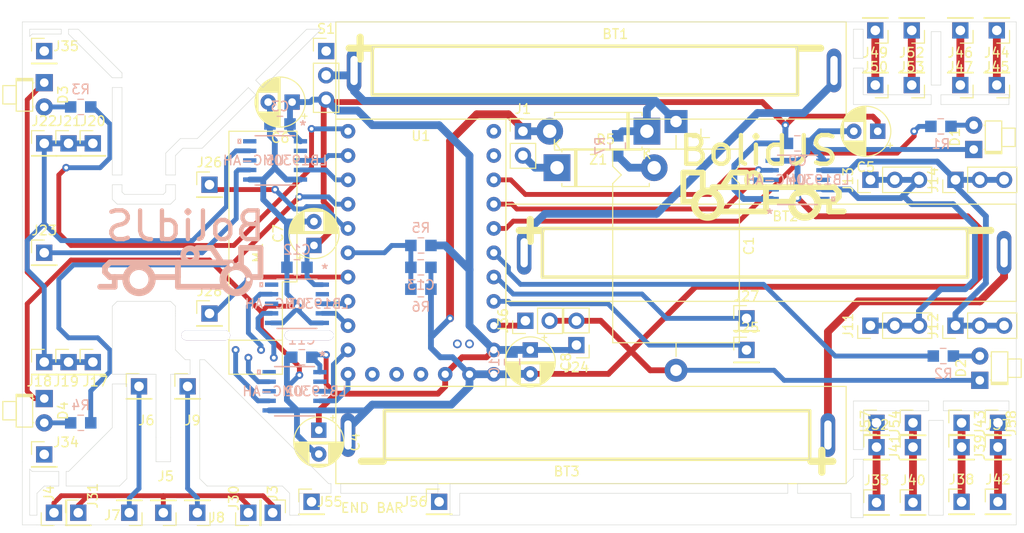
<source format=kicad_pcb>
(kicad_pcb (version 20171130) (host pcbnew "(5.1.6-0-10_14)")
  (title_block (title BolidJS) (date 2020-10-07) (rev 1.0))
  (layers (0 F.Cu signal) (31 B.Cu signal) (34 B.Paste user) (35 F.Paste user) (36 B.SilkS user) (37 F.SilkS user) (38 B.Mask user) (39 F.Mask user) (44 Edge.Cuts user))
  (net 0 "")
  (net 1 VCC)
  (net 2 GND)
  (net 3 /D5)
  (net 4 "Net-(D1-Pad2)")
  (net 5 "Net-(D2-Pad2)")
  (net 6 "Net-(D3-Pad2)")
  (net 7 "Net-(D4-Pad2)")
  (net 8 "Net-(J3-Pad1)")
  (net 9 "Net-(J6-Pad1)")
  (net 10 "Net-(J8-Pad1)")
  (net 11 "Net-(J11-Pad1)")
  (net 12 "Net-(J17-Pad1)")
  (net 13 "Net-(J23-Pad1)")
  (net 14 /D11)
  (net 15 /D4)
  (net 16 /D3)
  (net 17 /D31)
  (net 18 /D30)
  (net 19 /D29)
  (net 20 /D6)
  (net 21 /D8)
  (net 22 /D7)
  (net 23 VDD)
  (net 24 /D17)
  (net 25 /D16)
  (net 26 /D15)
  (net 27 /D14)
  (net 28 "Net-(S1-Pad1)")
  (net 29 +BATT)
  (net 30 /D25)
  (net 31 /D26)
  (net 32 /D27)
  (net 33 /D28)
  (net 34 /D18)
  (net 35 /D19)
  (net 36 /D20)
  (net 37 /D22)
  (net 38 "Net-(U2-Pad2)")
  (net 39 "Net-(U2-Pad8)")
  (net 40 "Net-(U2-Pad10)")
  (net 41 "Net-(U3-Pad10)")
  (net 42 "Net-(U3-Pad8)")
  (net 43 "Net-(U3-Pad2)")
  (net 44 "Net-(U4-Pad2)")
  (net 45 "Net-(U4-Pad8)")
  (net 46 "Net-(U4-Pad10)")
  (net 47 "Net-(U5-Pad10)")
  (net 48 "Net-(U5-Pad8)")
  (net 49 "Net-(U5-Pad2)")
  (net 50 "Net-(BT1-PadGND@)")
  (net 51 "Net-(BT2-PadGND@)")
  (net 52 "Net-(D5-Pad1)")
  (net 53 "Net-(D5-Pad2)")
  (net 54 "Net-(J12-Pad1)")
  (net 55 "Net-(M1-Pad1)")
  (net 56 "Net-(M1-Pad2)")
  (net 57 "Net-(M1-Pad3)")
  (net 58 "Net-(M1-Pad4)")
  (net 59 "Net-(J34-Pad1)")
  (net 60 "Net-(J35-Pad1)")
  (net 61 "Net-(J32-Pad1)")
  (net 62 "Net-(J37-Pad1)")
  (net 63 "Net-(J38-Pad1)")
  (net 64 "Net-(J40-Pad1)")
  (net 65 "Net-(J44-Pad1)")
  (net 66 "Net-(J46-Pad1)")
  (net 67 "Net-(J49-Pad1)")
  (net 68 "Net-(J52-Pad1)")
  (net 69 "Net-(J55-Pad1)")
  (net 70 "Net-(J56-Pad1)")
  (module Connector_PinHeader_2.54mm:PinHeader_1x01_P2.54mm_Vertical (layer F.Cu) (at 175.895 93.98)
    (fp_text reference J58 (at 1.397 0 90) (layer F.SilkS))
    (fp_text value FL)
    (pad 1 thru_hole rect (at 0 0) (size 1.7 1.7) (drill 1) (layers *.Cu *.Mask) (net 62 "Net-(J37-Pad1)"))
  )
  (module Connector_PinHeader_2.54mm:PinHeader_1x01_P2.54mm_Vertical (layer F.Cu) (at 163.195 93.98)
    (fp_text reference J57 (at -1.143 0 90) (layer F.SilkS))
    (fp_text value FL)
    (pad 1 thru_hole rect (at 0 0) (size 1.7 1.7) (drill 1) (layers *.Cu *.Mask) (net 61 "Net-(J32-Pad1)"))
  )
  (module Connector_PinHeader_2.54mm:PinHeader_1x01_P2.54mm_Vertical (layer F.Cu) (at 117.475 102.235)
    (fp_text reference J56 (at -2.54 0) (layer F.SilkS))
    (fp_text value FL)
    (pad 1 thru_hole rect (at 0 0) (size 1.7 1.7) (drill 1) (layers *.Cu *.Mask) (net 70 "Net-(J56-Pad1)"))
  )
  (module Connector_PinHeader_2.54mm:PinHeader_1x01_P2.54mm_Vertical (layer F.Cu) (at 104.14 102.235)
    (fp_text reference J55 (at 1.905 0) (layer F.SilkS))
    (fp_text value FL)
    (pad 1 thru_hole rect (at 0 0) (size 1.7 1.7) (drill 1) (layers *.Cu *.Mask) (net 69 "Net-(J55-Pad1)"))
  )
  (module Connector_PinHeader_2.54mm:PinHeader_1x01_P2.54mm_Vertical (layer F.Cu) (at 167.005 93.98)
    (fp_text reference J54 (at -1.905 0 90) (layer F.SilkS))
    (fp_text value FL)
    (pad 1 thru_hole rect (at 0 0) (size 1.7 1.7) (drill 1) (layers *.Cu *.Mask) (net 64 "Net-(J40-Pad1)"))
  )
  (module Connector_PinHeader_2.54mm:PinHeader_1x01_P2.54mm_Vertical (layer F.Cu) (at 166.878 58.674 180)
    (fp_text reference J53 (at 0 1.905) (layer F.SilkS))
    (fp_text value FL)
    (pad 1 thru_hole rect (at 0 0 180) (size 1.7 1.7) (drill 1) (layers *.Cu *.Mask) (net 68 "Net-(J52-Pad1)"))
  )
  (module Connector_PinHeader_2.54mm:PinHeader_1x01_P2.54mm_Vertical (layer F.Cu) (at 166.878 52.959 180)
    (fp_text reference J52 (at 0 -2.33) (layer F.SilkS))
    (fp_text value FL)
    (pad 1 thru_hole rect (at 0 0 180) (size 1.7 1.7) (drill 1) (layers *.Cu *.Mask) (net 68 "Net-(J52-Pad1)"))
  )
  (module Connector_PinHeader_2.54mm:PinHeader_1x01_P2.54mm_Vertical (layer F.Cu) (at 163.068 58.674 180)
    (fp_text reference J50 (at 0 1.905) (layer F.SilkS))
    (fp_text value FL)
    (pad 1 thru_hole rect (at 0 0 180) (size 1.7 1.7) (drill 1) (layers *.Cu *.Mask) (net 67 "Net-(J49-Pad1)"))
  )
  (module Connector_PinHeader_2.54mm:PinHeader_1x01_P2.54mm_Vertical (layer F.Cu) (at 163.068 52.959 180)
    (fp_text reference J49 (at 0 -2.33) (layer F.SilkS))
    (fp_text value FL)
    (pad 1 thru_hole rect (at 0 0 180) (size 1.7 1.7) (drill 1) (layers *.Cu *.Mask) (net 67 "Net-(J49-Pad1)"))
  )
  (module Connector_PinHeader_2.54mm:PinHeader_1x01_P2.54mm_Vertical (layer F.Cu) (at 171.958 58.674 180)
    (fp_text reference J47 (at 0 1.905) (layer F.SilkS))
    (fp_text value FL)
    (pad 1 thru_hole rect (at 0 0 180) (size 1.7 1.7) (drill 1) (layers *.Cu *.Mask) (net 66 "Net-(J46-Pad1)"))
  )
  (module Connector_PinHeader_2.54mm:PinHeader_1x01_P2.54mm_Vertical (layer F.Cu) (at 171.958 52.959 180)
    (fp_text reference J46 (at 0 -2.33) (layer F.SilkS))
    (fp_text value FL)
    (pad 1 thru_hole rect (at 0 0 180) (size 1.7 1.7) (drill 1) (layers *.Cu *.Mask) (net 66 "Net-(J46-Pad1)"))
  )
  (module Connector_PinHeader_2.54mm:PinHeader_1x01_P2.54mm_Vertical (layer F.Cu) (at 175.768 58.674 180)
    (fp_text reference J45 (at 0 1.905) (layer F.SilkS))
    (fp_text value FL)
    (pad 1 thru_hole rect (at 0 0 180) (size 1.7 1.7) (drill 1) (layers *.Cu *.Mask) (net 65 "Net-(J44-Pad1)"))
  )
  (module Connector_PinHeader_2.54mm:PinHeader_1x01_P2.54mm_Vertical (layer F.Cu) (at 175.768 52.959 180)
    (fp_text reference J44 (at 0 -2.33) (layer F.SilkS))
    (fp_text value FL)
    (pad 1 thru_hole rect (at 0 0 180) (size 1.7 1.7) (drill 1) (layers *.Cu *.Mask) (net 65 "Net-(J44-Pad1)"))
  )
  (module Connector_PinHeader_2.54mm:PinHeader_1x01_P2.54mm_Vertical (layer F.Cu) (at 172.085 93.98)
    (fp_text reference J43 (at 1.905 0 270) (layer F.SilkS))
    (fp_text value FL)
    (pad 1 thru_hole rect (at 0 0) (size 1.7 1.7) (drill 1) (layers *.Cu *.Mask) (net 63 "Net-(J38-Pad1)"))
  )
  (module Connector_PinHeader_2.54mm:PinHeader_1x01_P2.54mm_Vertical (layer F.Cu) (at 175.895 102.235)
    (fp_text reference J42 (at 0 -2.33) (layer F.SilkS))
    (fp_text value FL)
    (pad 1 thru_hole rect (at 0 0) (size 1.7 1.7) (drill 1) (layers *.Cu *.Mask) (net 62 "Net-(J37-Pad1)"))
  )
  (module Connector_PinHeader_2.54mm:PinHeader_1x01_P2.54mm_Vertical (layer F.Cu) (at 167.005 96.52)
    (fp_text reference J41 (at -1.905 0 90) (layer F.SilkS))
    (fp_text value FL)
    (pad 1 thru_hole rect (at 0 0) (size 1.7 1.7) (drill 1) (layers *.Cu *.Mask) (net 64 "Net-(J40-Pad1)"))
  )
  (module Connector_PinHeader_2.54mm:PinHeader_1x01_P2.54mm_Vertical (layer F.Cu) (at 167.005 102.3112)
    (fp_text reference J40 (at 0 -2.33) (layer F.SilkS))
    (fp_text value FL)
    (pad 1 thru_hole rect (at 0 0) (size 1.7 1.7) (drill 1) (layers *.Cu *.Mask) (net 64 "Net-(J40-Pad1)"))
  )
  (module Connector_PinHeader_2.54mm:PinHeader_1x01_P2.54mm_Vertical (layer F.Cu) (at 172.085 96.52)
    (fp_text reference J39 (at 1.905 0 90) (layer F.SilkS))
    (fp_text value FL)
    (pad 1 thru_hole rect (at 0 0) (size 1.7 1.7) (drill 1) (layers *.Cu *.Mask) (net 63 "Net-(J38-Pad1)"))
  )
  (module Connector_PinHeader_2.54mm:PinHeader_1x01_P2.54mm_Vertical (layer F.Cu) (at 172.085 102.235)
    (fp_text reference J38 (at 0 -2.33) (layer F.SilkS))
    (fp_text value FL)
    (pad 1 thru_hole rect (at 0 0) (size 1.7 1.7) (drill 1) (layers *.Cu *.Mask) (net 63 "Net-(J38-Pad1)"))
  )
  (module Connector_PinHeader_2.54mm:PinHeader_1x01_P2.54mm_Vertical (layer F.Cu) (at 175.895 96.52)
    (fp_text reference J37 (at 0 -2.33) (layer F.SilkS))
    (fp_text value FL)
    (pad 1 thru_hole rect (at 0 0) (size 1.7 1.7) (drill 1) (layers *.Cu *.Mask) (net 62 "Net-(J37-Pad1)"))
  )
  (module Connector_PinHeader_2.54mm:PinHeader_1x01_P2.54mm_Vertical (layer F.Cu) (at 163.195 102.313)
    (fp_text reference J33 (at 0 -2.33) (layer F.SilkS))
    (fp_text value FL)
    (pad 1 thru_hole rect (at 0 0) (size 1.7 1.7) (drill 1) (layers *.Cu *.Mask) (net 61 "Net-(J32-Pad1)"))
  )
  (module Connector_PinHeader_2.54mm:PinHeader_1x01_P2.54mm_Vertical (layer F.Cu) (at 163.195 96.52)
    (fp_text reference J32 (at 0 -2.33) (layer F.SilkS))
    (fp_text value FL)
    (pad 1 thru_hole rect (at 0 0) (size 1.7 1.7) (drill 1) (layers *.Cu *.Mask) (net 61 "Net-(J32-Pad1)"))
  )
  (module Connector_PinHeader_2.54mm:PinHeader_1x01_P2.54mm_Vertical (layer F.Cu) (at 79.756 103.378)
    (fp_text reference J31 (at 1.524 -1.778 90) (layer F.SilkS))
    (fp_text value FR)
    (pad 1 thru_hole rect (at 0 0) (size 1.7 1.7) (drill 1) (layers *.Cu *.Mask) (net 8 "Net-(J3-Pad1)"))
  )
  (module Connector_PinHeader_2.54mm:PinHeader_1x01_P2.54mm_Vertical (layer F.Cu) (at 97.536 103.378 90)
    (fp_text reference J30 (at 1.524 -1.524 90) (layer F.SilkS))
    (fp_text value FL)
    (pad 1 thru_hole rect (at 0 0 90) (size 1.7 1.7) (drill 1) (layers *.Cu *.Mask) (net 8 "Net-(J3-Pad1)"))
  )
  (module bolidjs:screwSliderStepper (layer F.Cu) (at 98.044 76.2 90)
    (fp_text reference M1 (at 0 0.5 90) (layer F.SilkS))
    (fp_text value Stepper)
    (pad 6 thru_hole oval (at -8.636 5.842 90) (size 1 5.1) (drill oval 1 5.1) (layers *.Cu *.Mask))
    (pad 5 thru_hole oval (at -8.636 -4.9624 90) (size 1 5.1) (drill oval 1 5.1) (layers *.Cu *.Mask))
    (pad 4 thru_hole circle (at -10.9728 2.152 90) (size 0.82296 0.82296) (drill 0.41148) (layers *.Cu *.Mask) (net 58 "Net-(M1-Pad4)"))
    (pad 3 thru_hole circle (at -10.16 0.822 90) (size 0.82296 0.82296) (drill 0.41148) (layers *.Cu *.Mask) (net 57 "Net-(M1-Pad3)"))
    (pad 2 thru_hole circle (at -10.9728 -0.508 90) (size 0.82296 0.82296) (drill 0.41148) (layers *.Cu *.Mask) (net 56 "Net-(M1-Pad2)"))
    (pad 1 thru_hole circle (at -10.16 -1.838 90) (size 0.82296 0.82296) (drill 0.41148) (layers *.Cu *.Mask) (net 55 "Net-(M1-Pad1)"))
  )
  (module digikey:0805 (layer B.Cu) (at 136.144 65.024 270)
    (fp_text reference R7 (at 0 1.84 270) (layer B.SilkS) (effects (justify mirror)))
    (fp_text value 100)
    (pad 1 smd rect (at -1.05 0 270) (size 1.2 1.2) (layers B.Cu B.Paste B.Mask) (net 29 +BATT))
    (pad 2 smd rect (at 1.05 0 270) (size 1.2 1.2) (layers B.Cu B.Paste B.Mask) (net 53 "Net-(D5-Pad2)"))
  )
  (module Connector_PinHeader_2.54mm:PinHeader_1x03_P2.54mm_Vertical (layer F.Cu) (at 171.45 68.58 90)
    (fp_text reference J14 (at 0 -2.33 90) (layer F.SilkS))
    (fp_text value rearR-)
    (pad 3 thru_hole oval (at 0 5.08 90) (size 1.7 1.7) (drill 1) (layers *.Cu *.Mask) (net 54 "Net-(J12-Pad1)"))
    (pad 2 thru_hole oval (at 0 2.54 90) (size 1.7 1.7) (drill 1) (layers *.Cu *.Mask) (net 54 "Net-(J12-Pad1)"))
    (pad 1 thru_hole rect (at 0 0 90) (size 1.7 1.7) (drill 1) (layers *.Cu *.Mask) (net 54 "Net-(J12-Pad1)"))
  )
  (module Connector_PinHeader_2.54mm:PinHeader_1x03_P2.54mm_Vertical (layer F.Cu) (at 162.56 68.58 90)
    (fp_text reference J13 (at 0 -2.33 90) (layer F.SilkS))
    (fp_text value rearR+)
    (pad 3 thru_hole oval (at 0 5.08 90) (size 1.7 1.7) (drill 1) (layers *.Cu *.Mask) (net 11 "Net-(J11-Pad1)"))
    (pad 2 thru_hole oval (at 0 2.54 90) (size 1.7 1.7) (drill 1) (layers *.Cu *.Mask) (net 11 "Net-(J11-Pad1)"))
    (pad 1 thru_hole rect (at 0 0 90) (size 1.7 1.7) (drill 1) (layers *.Cu *.Mask) (net 11 "Net-(J11-Pad1)"))
  )
  (module Connector_PinHeader_2.54mm:PinHeader_1x03_P2.54mm_Vertical (layer F.Cu) (at 171.45 83.82 90)
    (fp_text reference J12 (at 0 -2.33 90) (layer F.SilkS))
    (fp_text value rearL-)
    (pad 3 thru_hole oval (at 0 5.08 90) (size 1.7 1.7) (drill 1) (layers *.Cu *.Mask) (net 54 "Net-(J12-Pad1)"))
    (pad 2 thru_hole oval (at 0 2.54 90) (size 1.7 1.7) (drill 1) (layers *.Cu *.Mask) (net 54 "Net-(J12-Pad1)"))
    (pad 1 thru_hole rect (at 0 0 90) (size 1.7 1.7) (drill 1) (layers *.Cu *.Mask) (net 54 "Net-(J12-Pad1)"))
  )
  (module Connector_PinHeader_2.54mm:PinHeader_1x03_P2.54mm_Vertical (layer F.Cu) (at 162.56 83.82 90)
    (fp_text reference J11 (at 0 -2.33 90) (layer F.SilkS))
    (fp_text value rearL+)
    (pad 3 thru_hole oval (at 0 5.08 90) (size 1.7 1.7) (drill 1) (layers *.Cu *.Mask) (net 11 "Net-(J11-Pad1)"))
    (pad 2 thru_hole oval (at 0 2.54 90) (size 1.7 1.7) (drill 1) (layers *.Cu *.Mask) (net 11 "Net-(J11-Pad1)"))
    (pad 1 thru_hole rect (at 0 0 90) (size 1.7 1.7) (drill 1) (layers *.Cu *.Mask) (net 11 "Net-(J11-Pad1)"))
  )
  (module mdbt42q:MDBQ42Q_brkout (layer F.Cu) (at 115.57 63.5)
    (fp_text reference U1 (at 0 0.5) (layer F.SilkS))
    (fp_text value MDB42Q_brkout)
    (pad 29 thru_hole circle (at 3.81 22.225) (size 0.9144 0.9144) (drill 0.5715) (layers *.Cu *.Mask))
    (pad 28 thru_hole circle (at 5.08 22.225) (size 0.9144 0.9144) (drill 0.5715) (layers *.Cu *.Mask))
    (pad 27 thru_hole circle (at 7.62 0) (size 1.524 1.524) (drill 0.762) (layers *.Cu *.Mask) (net 37 /D22))
    (pad 26 thru_hole circle (at 7.62 2.54) (size 1.524 1.524) (drill 0.762) (layers *.Cu *.Mask) (net 36 /D20))
    (pad 25 thru_hole circle (at 7.62 5.08) (size 1.524 1.524) (drill 0.762) (layers *.Cu *.Mask) (net 35 /D19))
    (pad 24 thru_hole circle (at 7.62 7.62) (size 1.524 1.524) (drill 0.762) (layers *.Cu *.Mask) (net 34 /D18))
    (pad 23 thru_hole circle (at 7.62 10.16) (size 1.524 1.524) (drill 0.762) (layers *.Cu *.Mask) (net 24 /D17))
    (pad 22 thru_hole circle (at 7.62 12.7) (size 1.524 1.524) (drill 0.762) (layers *.Cu *.Mask) (net 25 /D16))
    (pad 21 thru_hole circle (at 7.62 15.24) (size 1.524 1.524) (drill 0.762) (layers *.Cu *.Mask) (net 26 /D15))
    (pad 20 thru_hole circle (at 7.62 17.78) (size 1.524 1.524) (drill 0.762) (layers *.Cu *.Mask) (net 27 /D14))
    (pad 19 thru_hole circle (at 7.62 20.32) (size 1.524 1.524) (drill 0.762) (layers *.Cu *.Mask) (net 23 VDD))
    (pad 18 thru_hole circle (at 7.62 22.86) (size 1.524 1.524) (drill 0.762) (layers *.Cu *.Mask) (net 1 VCC))
    (pad 17 thru_hole circle (at 7.62 25.4) (size 1.524 1.524) (drill 0.762) (layers *.Cu *.Mask) (net 2 GND))
    (pad 16 thru_hole circle (at 5.08 25.4) (size 1.524 1.524) (drill 0.762) (layers *.Cu *.Mask) (net 2 GND))
    (pad 15 thru_hole circle (at 2.54 25.4) (size 1.524 1.524) (drill 0.762) (layers *.Cu *.Mask) (net 1 VCC))
    (pad 14 thru_hole circle (at 0 25.4) (size 1.524 1.524) (drill 0.762) (layers *.Cu *.Mask) (net 22 /D7))
    (pad 13 thru_hole circle (at -2.54 25.4) (size 1.524 1.524) (drill 0.762) (layers *.Cu *.Mask) (net 21 /D8))
    (pad 12 thru_hole circle (at -5.08 25.4) (size 1.524 1.524) (drill 0.762) (layers *.Cu *.Mask) (net 20 /D6))
    (pad 11 thru_hole circle (at -7.62 25.4) (size 1.524 1.524) (drill 0.762) (layers *.Cu *.Mask) (net 14 /D11))
    (pad 10 thru_hole circle (at -7.62 22.86) (size 1.524 1.524) (drill 0.762) (layers *.Cu *.Mask) (net 3 /D5))
    (pad 9 thru_hole circle (at -7.62 20.32) (size 1.524 1.524) (drill 0.762) (layers *.Cu *.Mask) (net 15 /D4))
    (pad 8 thru_hole circle (at -7.62 17.78) (size 1.524 1.524) (drill 0.762) (layers *.Cu *.Mask) (net 16 /D3))
    (pad 7 thru_hole circle (at -7.62 15.24) (size 1.524 1.524) (drill 0.762) (layers *.Cu *.Mask) (net 17 /D31))
    (pad 6 thru_hole circle (at -7.62 12.7) (size 1.524 1.524) (drill 0.762) (layers *.Cu *.Mask) (net 18 /D30))
    (pad 5 thru_hole circle (at -7.62 10.16) (size 1.524 1.524) (drill 0.762) (layers *.Cu *.Mask) (net 19 /D29))
    (pad 4 thru_hole circle (at -7.62 7.62) (size 1.524 1.524) (drill 0.762) (layers *.Cu *.Mask) (net 33 /D28))
    (pad 3 thru_hole circle (at -7.62 5.08) (size 1.524 1.524) (drill 0.762) (layers *.Cu *.Mask) (net 32 /D27))
    (pad 2 thru_hole circle (at -7.62 2.54) (size 1.524 1.524) (drill 0.762) (layers *.Cu *.Mask) (net 31 /D26))
    (pad 1 thru_hole circle (at -7.62 0) (size 1.524 1.524) (drill 0.762) (layers *.Cu *.Mask) (net 30 /D25))
  )
  (module digikey:0805 (layer B.Cu) (at 100.838 62.738 180)
    (fp_text reference C3 (at 0 1.84) (layer B.SilkS) (effects (justify mirror)))
    (fp_text value 100n)
    (pad 1 smd rect (at -1.05 0 180) (size 1.2 1.2) (layers B.Cu B.Paste B.Mask) (net 1 VCC))
    (pad 2 smd rect (at 1.05 0 180) (size 1.2 1.2) (layers B.Cu B.Paste B.Mask) (net 2 GND))
  )
  (module Capacitor_THT:CP_Radial_D5.0mm_P2.50mm (layer F.Cu) (at 104.902 94.742 270)
    (fp_text reference C4 (at 1.25 -3.75 90) (layer F.SilkS))
    (fp_text value CP)
    (pad 1 thru_hole rect (at 0 0 270) (size 1.6 1.6) (drill 0.8) (layers *.Cu *.Mask) (net 1 VCC))
    (pad 2 thru_hole circle (at 2.5 0 270) (size 1.6 1.6) (drill 0.8) (layers *.Cu *.Mask) (net 2 GND))
  )
  (module Capacitor_THT:CP_Radial_D5.0mm_P2.50mm (layer F.Cu) (at 163.322 63.5 180)
    (fp_text reference C5 (at 1.25 -3.75) (layer F.SilkS))
    (fp_text value CP)
    (pad 2 thru_hole circle (at 2.5 0 180) (size 1.6 1.6) (drill 0.8) (layers *.Cu *.Mask) (net 2 GND))
    (pad 1 thru_hole rect (at 0 0 180) (size 1.6 1.6) (drill 0.8) (layers *.Cu *.Mask) (net 1 VCC))
  )
  (module Capacitor_THT:CP_Radial_D5.0mm_P2.50mm (layer F.Cu) (at 102.108 60.452 180)
    (fp_text reference C6 (at 1.25 -3.75) (layer F.SilkS))
    (fp_text value CP)
    (pad 1 thru_hole rect (at 0 0 180) (size 1.6 1.6) (drill 0.8) (layers *.Cu *.Mask) (net 1 VCC))
    (pad 2 thru_hole circle (at 2.5 0 180) (size 1.6 1.6) (drill 0.8) (layers *.Cu *.Mask) (net 2 GND))
  )
  (module Capacitor_THT:CP_Radial_D5.0mm_P2.50mm (layer F.Cu) (at 104.394 75.438 90)
    (fp_text reference C7 (at 1.25 -3.75 90) (layer F.SilkS))
    (fp_text value CP)
    (pad 2 thru_hole circle (at 2.5 0 90) (size 1.6 1.6) (drill 0.8) (layers *.Cu *.Mask) (net 2 GND))
    (pad 1 thru_hole rect (at 0 0 90) (size 1.6 1.6) (drill 0.8) (layers *.Cu *.Mask) (net 1 VCC))
  )
  (module Capacitor_THT:CP_Radial_D5.0mm_P2.50mm (layer F.Cu) (at 127 86.36 270)
    (fp_text reference C8 (at 1.25 -3.75 90) (layer F.SilkS))
    (fp_text value CP)
    (pad 2 thru_hole circle (at 2.5 0 270) (size 1.6 1.6) (drill 0.8) (layers *.Cu *.Mask) (net 2 GND))
    (pad 1 thru_hole rect (at 0 0 270) (size 1.6 1.6) (drill 0.8) (layers *.Cu *.Mask) (net 1 VCC))
  )
  (module digikey:0805 (layer B.Cu) (at 154.94 64.77)
    (fp_text reference C9 (at 0 1.84) (layer B.SilkS) (effects (justify mirror)))
    (fp_text value 100n)
    (pad 2 smd rect (at 1.05 0) (size 1.2 1.2) (layers B.Cu B.Paste B.Mask) (net 2 GND))
    (pad 1 smd rect (at -1.05 0) (size 1.2 1.2) (layers B.Cu B.Paste B.Mask) (net 1 VCC))
  )
  (module digikey:0805 (layer B.Cu) (at 125.095 87.63 270)
    (fp_text reference C10 (at 0 1.84 90) (layer B.SilkS) (effects (justify mirror)))
    (fp_text value 100n)
    (pad 1 smd rect (at -1.05 0 270) (size 1.2 1.2) (layers B.Cu B.Paste B.Mask) (net 1 VCC))
    (pad 2 smd rect (at 1.05 0 270) (size 1.2 1.2) (layers B.Cu B.Paste B.Mask) (net 2 GND))
  )
  (module digikey:0805 (layer B.Cu) (at 103.124 87.122 180)
    (fp_text reference C11 (at 0 1.84) (layer B.SilkS) (effects (justify mirror)))
    (fp_text value 100n)
    (pad 2 smd rect (at 1.05 0 180) (size 1.2 1.2) (layers B.Cu B.Paste B.Mask) (net 2 GND))
    (pad 1 smd rect (at -1.05 0 180) (size 1.2 1.2) (layers B.Cu B.Paste B.Mask) (net 1 VCC))
  )
  (module digikey:0805 (layer B.Cu) (at 102.616 77.724 180)
    (fp_text reference C12 (at 0 1.84 180) (layer B.SilkS) (effects (justify mirror)))
    (fp_text value 100n)
    (pad 1 smd rect (at -1.05 0 180) (size 1.2 1.2) (layers B.Cu B.Paste B.Mask) (net 1 VCC))
    (pad 2 smd rect (at 1.05 0 180) (size 1.2 1.2) (layers B.Cu B.Paste B.Mask) (net 2 GND))
  )
  (module digikey:0805 (layer B.Cu) (at 115.57 77.724)
    (fp_text reference C13 (at 0 1.84) (layer B.SilkS) (effects (justify mirror)))
    (fp_text value 100n)
    (pad 2 smd rect (at 1.05 0) (size 1.2 1.2) (layers B.Cu B.Paste B.Mask) (net 2 GND))
    (pad 1 smd rect (at -1.05 0) (size 1.2 1.2) (layers B.Cu B.Paste B.Mask) (net 18 /D30))
  )
  (module LED_THT:LED_D1.8mm_W1.8mm_H2.4mm_Horizontal_O1.27mm_Z4.9mm (layer F.Cu) (at 173.355 65.405 90)
    (fp_text reference D1 (at 1.27 -1.96 90) (layer F.SilkS))
    (fp_text value LED)
    (pad 1 thru_hole rect (at 0 0 90) (size 1.8 1.8) (drill 0.9) (layers *.Cu *.Mask) (net 2 GND))
    (pad 2 thru_hole circle (at 2.54 0 90) (size 1.8 1.8) (drill 0.9) (layers *.Cu *.Mask) (net 4 "Net-(D1-Pad2)"))
  )
  (module LED_THT:LED_D1.8mm_W1.8mm_H2.4mm_Horizontal_O1.27mm_Z4.9mm (layer F.Cu) (at 173.99 89.535 90)
    (fp_text reference D2 (at 1.27 -1.96 90) (layer F.SilkS))
    (fp_text value LED)
    (pad 2 thru_hole circle (at 2.54 0 90) (size 1.8 1.8) (drill 0.9) (layers *.Cu *.Mask) (net 5 "Net-(D2-Pad2)"))
    (pad 1 thru_hole rect (at 0 0 90) (size 1.8 1.8) (drill 0.9) (layers *.Cu *.Mask) (net 2 GND))
  )
  (module LED_THT:LED_D1.8mm_W1.8mm_H2.4mm_Horizontal_O1.27mm_Z4.9mm (layer F.Cu) (at 76.2 58.42 270)
    (fp_text reference D3 (at 1.27 -1.96 90) (layer F.SilkS))
    (fp_text value LED)
    (pad 1 thru_hole rect (at 0 0 270) (size 1.8 1.8) (drill 0.9) (layers *.Cu *.Mask) (net 2 GND))
    (pad 2 thru_hole circle (at 2.54 0 270) (size 1.8 1.8) (drill 0.9) (layers *.Cu *.Mask) (net 6 "Net-(D3-Pad2)"))
  )
  (module LED_THT:LED_D1.8mm_W1.8mm_H2.4mm_Horizontal_O1.27mm_Z4.9mm (layer F.Cu) (at 76.2 91.44 270)
    (fp_text reference D4 (at 1.27 -1.96 90) (layer F.SilkS))
    (fp_text value LED)
    (pad 2 thru_hole circle (at 2.54 0 270) (size 1.8 1.8) (drill 0.9) (layers *.Cu *.Mask) (net 7 "Net-(D4-Pad2)"))
    (pad 1 thru_hole rect (at 0 0 270) (size 1.8 1.8) (drill 0.9) (layers *.Cu *.Mask) (net 2 GND))
  )
  (module Connector_PinHeader_2.54mm:PinHeader_1x02_P2.54mm_Vertical (layer F.Cu) (at 126.238 63.5)
    (fp_text reference J1 (at 0 -2.33) (layer F.SilkS))
    (fp_text value Vext)
    (pad 2 thru_hole oval (at 0 2.54) (size 1.7 1.7) (drill 1) (layers *.Cu *.Mask) (net 52 "Net-(D5-Pad1)"))
    (pad 1 thru_hole rect (at 0 0) (size 1.7 1.7) (drill 1) (layers *.Cu *.Mask) (net 2 GND))
  )
  (module Connector_PinHeader_2.54mm:PinHeader_1x01_P2.54mm_Vertical (layer F.Cu) (at 100.076 103.378 270)
    (fp_text reference J3 (at -2.032 0 90) (layer F.SilkS))
    (fp_text value FL)
    (pad 1 thru_hole rect (at 0 0 270) (size 1.7 1.7) (drill 1) (layers *.Cu *.Mask) (net 8 "Net-(J3-Pad1)"))
  )
  (module Connector_PinHeader_2.54mm:PinHeader_1x01_P2.54mm_Vertical (layer F.Cu) (at 77.216 103.378 90)
    (fp_text reference J4 (at 2.032 -0.508 90) (layer F.SilkS))
    (fp_text value FR)
    (pad 1 thru_hole rect (at 0 0 90) (size 1.7 1.7) (drill 1) (layers *.Cu *.Mask) (net 8 "Net-(J3-Pad1)"))
  )
  (module Connector_PinHeader_2.54mm:PinHeader_1x01_P2.54mm_Vertical (layer F.Cu) (at 88.646 103.378 180)
    (fp_text reference J5 (at -0.254 3.81) (layer F.SilkS))
    (fp_text value F)
    (pad 1 thru_hole rect (at 0 0 180) (size 1.7 1.7) (drill 1) (layers *.Cu *.Mask) (net 8 "Net-(J3-Pad1)"))
  )
  (module Connector_PinHeader_2.54mm:PinHeader_1x01_P2.54mm_Vertical (layer F.Cu) (at 86.106 90.17)
    (fp_text reference J6 (at 0.762 3.556) (layer F.SilkS))
    (fp_text value END1)
    (pad 1 thru_hole rect (at 0 0) (size 1.7 1.7) (drill 1) (layers *.Cu *.Mask) (net 9 "Net-(J6-Pad1)"))
  )
  (module Connector_PinHeader_2.54mm:PinHeader_1x01_P2.54mm_Vertical (layer F.Cu) (at 85.09 103.378 180)
    (fp_text reference J7 (at 1.778 -0.254) (layer F.SilkS))
    (fp_text value END1)
    (pad 1 thru_hole rect (at 0 0 180) (size 1.7 1.7) (drill 1) (layers *.Cu *.Mask) (net 9 "Net-(J6-Pad1)"))
  )
  (module Connector_PinHeader_2.54mm:PinHeader_1x01_P2.54mm_Vertical (layer F.Cu) (at 92.202 103.378 180)
    (fp_text reference J8 (at -2.032 -0.508) (layer F.SilkS))
    (fp_text value END2)
    (pad 1 thru_hole rect (at 0 0 180) (size 1.7 1.7) (drill 1) (layers *.Cu *.Mask) (net 10 "Net-(J8-Pad1)"))
  )
  (module Connector_PinHeader_2.54mm:PinHeader_1x01_P2.54mm_Vertical (layer F.Cu) (at 91.186 90.17)
    (fp_text reference J9 (at 0.508 3.556) (layer F.SilkS))
    (fp_text value END2)
    (pad 1 thru_hole rect (at 0 0) (size 1.7 1.7) (drill 1) (layers *.Cu *.Mask) (net 10 "Net-(J8-Pad1)"))
  )
  (module Connector_PinHeader_2.54mm:PinHeader_1x01_P2.54mm_Vertical (layer F.Cu) (at 81.28 87.63)
    (fp_text reference J17 (at 0.254 2.032) (layer F.SilkS))
    (fp_text value frontL)
    (pad 1 thru_hole rect (at 0 0) (size 1.7 1.7) (drill 1) (layers *.Cu *.Mask) (net 12 "Net-(J17-Pad1)"))
  )
  (module Connector_PinHeader_2.54mm:PinHeader_1x01_P2.54mm_Vertical (layer F.Cu) (at 76.2 87.63)
    (fp_text reference J18 (at -0.508 2.032 180) (layer F.SilkS))
    (fp_text value f1L)
    (pad 1 thru_hole rect (at 0 0) (size 1.7 1.7) (drill 1) (layers *.Cu *.Mask) (net 12 "Net-(J17-Pad1)"))
  )
  (module Connector_PinHeader_2.54mm:PinHeader_1x01_P2.54mm_Vertical (layer F.Cu) (at 78.74 87.63)
    (fp_text reference J19 (at -0.254 2.032) (layer F.SilkS))
    (fp_text value f2L)
    (pad 1 thru_hole rect (at 0 0) (size 1.7 1.7) (drill 1) (layers *.Cu *.Mask) (net 12 "Net-(J17-Pad1)"))
  )
  (module Connector_PinHeader_2.54mm:PinHeader_1x01_P2.54mm_Vertical (layer F.Cu) (at 81.28 64.77)
    (fp_text reference J20 (at 0 -2.33) (layer F.SilkS))
    (fp_text value frontR)
    (pad 1 thru_hole rect (at 0 0) (size 1.7 1.7) (drill 1) (layers *.Cu *.Mask) (net 12 "Net-(J17-Pad1)"))
  )
  (module Connector_PinHeader_2.54mm:PinHeader_1x01_P2.54mm_Vertical (layer F.Cu) (at 78.74 64.77)
    (fp_text reference J21 (at 0 -2.33) (layer F.SilkS))
    (fp_text value f1R)
    (pad 1 thru_hole rect (at 0 0) (size 1.7 1.7) (drill 1) (layers *.Cu *.Mask) (net 12 "Net-(J17-Pad1)"))
  )
  (module Connector_PinHeader_2.54mm:PinHeader_1x01_P2.54mm_Vertical (layer F.Cu) (at 76.2 64.77)
    (fp_text reference J22 (at 0 -2.33) (layer F.SilkS))
    (fp_text value f2R)
    (pad 1 thru_hole rect (at 0 0) (size 1.7 1.7) (drill 1) (layers *.Cu *.Mask) (net 12 "Net-(J17-Pad1)"))
  )
  (module Connector_PinHeader_2.54mm:PinHeader_1x01_P2.54mm_Vertical (layer F.Cu) (at 76.2 76.2)
    (fp_text reference J23 (at 0 -2.33) (layer F.SilkS))
    (fp_text value frontBar)
    (pad 1 thru_hole rect (at 0 0) (size 1.7 1.7) (drill 1) (layers *.Cu *.Mask) (net 13 "Net-(J23-Pad1)"))
  )
  (module Connector_PinHeader_2.54mm:PinHeader_1x02_P2.54mm_Vertical (layer F.Cu) (at 131.826 85.852 180)
    (fp_text reference J24 (at 0 -2.33) (layer F.SilkS))
    (fp_text value VCC)
    (pad 2 thru_hole oval (at 0 2.54 180) (size 1.7 1.7) (drill 1) (layers *.Cu *.Mask) (net 2 GND))
    (pad 1 thru_hole rect (at 0 0 180) (size 1.7 1.7) (drill 1) (layers *.Cu *.Mask) (net 1 VCC))
  )
  (module Connector_PinHeader_2.54mm:PinHeader_1x01_P2.54mm_Vertical (layer F.Cu) (at 149.606 86.36)
    (fp_text reference J25 (at 0 -2.33) (layer F.SilkS))
    (fp_text value D14)
    (pad 1 thru_hole rect (at 0 0) (size 1.7 1.7) (drill 1) (layers *.Cu *.Mask) (net 27 /D14))
  )
  (module Connector_PinHeader_2.54mm:PinHeader_1x01_P2.54mm_Vertical (layer F.Cu) (at 93.472 69.088)
    (fp_text reference J26 (at 0 -2.33) (layer F.SilkS))
    (fp_text value D29)
    (pad 1 thru_hole rect (at 0 0) (size 1.7 1.7) (drill 1) (layers *.Cu *.Mask) (net 19 /D29))
  )
  (module Connector_PinHeader_2.54mm:PinHeader_1x01_P2.54mm_Vertical (layer F.Cu) (at 149.606 83.058)
    (fp_text reference J27 (at 0 -2.33) (layer F.SilkS))
    (fp_text value D15)
    (pad 1 thru_hole rect (at 0 0) (size 1.7 1.7) (drill 1) (layers *.Cu *.Mask) (net 26 /D15))
  )
  (module Connector_PinHeader_2.54mm:PinHeader_1x01_P2.54mm_Vertical (layer F.Cu) (at 93.472 82.55)
    (fp_text reference J28 (at 0 -2.33) (layer F.SilkS))
    (fp_text value D31)
    (pad 1 thru_hole rect (at 0 0) (size 1.7 1.7) (drill 1) (layers *.Cu *.Mask) (net 17 /D31))
  )
  (module Connector_PinHeader_2.54mm:PinHeader_1x01_P2.54mm_Vertical (layer F.Cu) (at 76.2 97.282)
    (fp_text reference J34 (at 2.286 -1.27) (layer F.SilkS))
    (fp_text value BM)
    (pad 1 thru_hole rect (at 0 0) (size 1.7 1.7) (drill 1) (layers *.Cu *.Mask) (net 59 "Net-(J34-Pad1)"))
  )
  (module Connector_PinHeader_2.54mm:PinHeader_1x01_P2.54mm_Vertical (layer F.Cu) (at 76.2 55.118)
    (fp_text reference J35 (at 2.286 -0.508) (layer F.SilkS))
    (fp_text value BM)
    (pad 1 thru_hole rect (at 0 0) (size 1.7 1.7) (drill 1) (layers *.Cu *.Mask) (net 60 "Net-(J35-Pad1)"))
  )
  (module Connector_PinHeader_2.54mm:PinHeader_1x02_P2.54mm_Vertical (layer F.Cu) (at 126.492 83.312 90)
    (fp_text reference J36 (at 0 -2.33 90) (layer F.SilkS))
    (fp_text value VDD)
    (pad 1 thru_hole rect (at 0 0 90) (size 1.7 1.7) (drill 1) (layers *.Cu *.Mask) (net 23 VDD))
    (pad 2 thru_hole oval (at 0 2.54 90) (size 1.7 1.7) (drill 1) (layers *.Cu *.Mask) (net 2 GND))
  )
  (module digikey:0805 (layer B.Cu) (at 169.926 62.992)
    (fp_text reference R1 (at 0 1.84) (layer B.SilkS) (effects (justify mirror)))
    (fp_text value 330)
    (pad 2 smd rect (at 1.05 0) (size 1.2 1.2) (layers B.Cu B.Paste B.Mask) (net 4 "Net-(D1-Pad2)"))
    (pad 1 smd rect (at -1.05 0) (size 1.2 1.2) (layers B.Cu B.Paste B.Mask) (net 24 /D17))
  )
  (module digikey:0805 (layer B.Cu) (at 170.18 86.995)
    (fp_text reference R2 (at 0 1.84) (layer B.SilkS) (effects (justify mirror)))
    (fp_text value 330)
    (pad 1 smd rect (at -1.05 0) (size 1.2 1.2) (layers B.Cu B.Paste B.Mask) (net 25 /D16))
    (pad 2 smd rect (at 1.05 0) (size 1.2 1.2) (layers B.Cu B.Paste B.Mask) (net 5 "Net-(D2-Pad2)"))
  )
  (module digikey:0805 (layer B.Cu) (at 80.01 60.96 180)
    (fp_text reference R3 (at 0 1.84) (layer B.SilkS) (effects (justify mirror)))
    (fp_text value 330)
    (pad 2 smd rect (at 1.05 0 180) (size 1.2 1.2) (layers B.Cu B.Paste B.Mask) (net 6 "Net-(D3-Pad2)"))
    (pad 1 smd rect (at -1.05 0 180) (size 1.2 1.2) (layers B.Cu B.Paste B.Mask) (net 30 /D25))
  )
  (module digikey:0805 (layer B.Cu) (at 80.01 93.98 180)
    (fp_text reference R4 (at 0 1.84) (layer B.SilkS) (effects (justify mirror)))
    (fp_text value 330)
    (pad 1 smd rect (at -1.05 0 180) (size 1.2 1.2) (layers B.Cu B.Paste B.Mask) (net 33 /D28))
    (pad 2 smd rect (at 1.05 0 180) (size 1.2 1.2) (layers B.Cu B.Paste B.Mask) (net 7 "Net-(D4-Pad2)"))
  )
  (module digikey:0805 (layer B.Cu) (at 115.57 75.438 180)
    (fp_text reference R5 (at 0 1.84) (layer B.SilkS) (effects (justify mirror)))
    (fp_text value 2.2k)
    (pad 2 smd rect (at 1.05 0 180) (size 1.2 1.2) (layers B.Cu B.Paste B.Mask) (net 18 /D30))
    (pad 1 smd rect (at -1.05 0 180) (size 1.2 1.2) (layers B.Cu B.Paste B.Mask) (net 1 VCC))
  )
  (module digikey:0805 (layer B.Cu) (at 115.57 80.01)
    (fp_text reference R6 (at 0 1.84) (layer B.SilkS) (effects (justify mirror)))
    (fp_text value 2.2k)
    (pad 1 smd rect (at -1.05 0) (size 1.2 1.2) (layers B.Cu B.Paste B.Mask) (net 18 /D30))
    (pad 2 smd rect (at 1.05 0) (size 1.2 1.2) (layers B.Cu B.Paste B.Mask) (net 2 GND))
  )
  (module Connector_PinHeader_2.54mm:PinHeader_1x03_P2.54mm_Vertical (layer F.Cu) (at 105.664 55.118)
    (fp_text reference S1 (at 0 -2.33) (layer F.SilkS))
    (fp_text value on/off)
    (pad 1 thru_hole rect (at 0 0) (size 1.7 1.7) (drill 1) (layers *.Cu *.Mask) (net 28 "Net-(S1-Pad1)"))
    (pad 2 thru_hole oval (at 0 2.54) (size 1.7 1.7) (drill 1) (layers *.Cu *.Mask) (net 29 +BATT))
    (pad 3 thru_hole oval (at 0 5.08) (size 1.7 1.7) (drill 1) (layers *.Cu *.Mask) (net 1 VCC))
  )
  (module lb1930:LB1930MC-AH (layer B.Cu) (at 102.362 90.678 180)
    (fp_text reference U2 (at 0 0) (layer B.SilkS) (effects (justify mirror)))
    (fp_text value LB1930MC-AH (at 0 0) (layer B.SilkS) (effects (justify mirror)))
    (fp_text user * (at -2.9055 3.5994) (layer B.SilkS) (effects (justify mirror)))
    (fp_text user * (at -2.9055 3.5994) (layer B.SilkS) (effects (justify mirror)))
    (pad 1 smd rect (at -2.651498 2.000001 180) (size 1.391399 0.4564) (layers B.Cu B.Paste B.Mask) (net 1 VCC))
    (pad 2 smd rect (at -2.651498 1.000001 180) (size 1.391399 0.4564) (layers B.Cu B.Paste B.Mask) (net 38 "Net-(U2-Pad2)"))
    (pad 3 smd rect (at -2.651498 0 180) (size 1.391399 0.4564) (layers B.Cu B.Paste B.Mask) (net 3 /D5))
    (pad 4 smd rect (at -2.651498 -1.000001 180) (size 1.391399 0.4564) (layers B.Cu B.Paste B.Mask) (net 14 /D11))
    (pad 5 smd rect (at -2.651498 -2.000001 180) (size 1.391399 0.4564) (layers B.Cu B.Paste B.Mask) (net 2 GND))
    (pad 6 smd rect (at 2.651498 -2.000001 180) (size 1.391399 0.4564) (layers B.Cu B.Paste B.Mask) (net 2 GND))
    (pad 7 smd rect (at 2.651498 -1.000001 180) (size 1.391399 0.4564) (layers B.Cu B.Paste B.Mask) (net 55 "Net-(M1-Pad1)"))
    (pad 8 smd rect (at 2.651498 0 180) (size 1.391399 0.4564) (layers B.Cu B.Paste B.Mask) (net 39 "Net-(U2-Pad8)"))
    (pad 9 smd rect (at 2.651498 1.000001 180) (size 1.391399 0.4564) (layers B.Cu B.Paste B.Mask) (net 56 "Net-(M1-Pad2)"))
    (pad 10 smd rect (at 2.651498 2.000001 180) (size 1.391399 0.4564) (layers B.Cu B.Paste B.Mask) (net 40 "Net-(U2-Pad10)"))
  )
  (module lb1930:LB1930MC-AH (layer B.Cu) (at 102.616 81.534 180)
    (fp_text reference U3 (at 0 0) (layer B.SilkS) (effects (justify mirror)))
    (fp_text value LB1930MC-AH (at 0 0) (layer B.SilkS) (effects (justify mirror)))
    (fp_text user * (at -2.9055 3.5994) (layer B.SilkS) (effects (justify mirror)))
    (fp_text user * (at -2.9055 3.5994) (layer B.SilkS) (effects (justify mirror)))
    (pad 10 smd rect (at 2.651498 2.000001 180) (size 1.391399 0.4564) (layers B.Cu B.Paste B.Mask) (net 41 "Net-(U3-Pad10)"))
    (pad 9 smd rect (at 2.651498 1.000001 180) (size 1.391399 0.4564) (layers B.Cu B.Paste B.Mask) (net 57 "Net-(M1-Pad3)"))
    (pad 8 smd rect (at 2.651498 0 180) (size 1.391399 0.4564) (layers B.Cu B.Paste B.Mask) (net 42 "Net-(U3-Pad8)"))
    (pad 7 smd rect (at 2.651498 -1.000001 180) (size 1.391399 0.4564) (layers B.Cu B.Paste B.Mask) (net 58 "Net-(M1-Pad4)"))
    (pad 6 smd rect (at 2.651498 -2.000001 180) (size 1.391399 0.4564) (layers B.Cu B.Paste B.Mask) (net 2 GND))
    (pad 5 smd rect (at -2.651498 -2.000001 180) (size 1.391399 0.4564) (layers B.Cu B.Paste B.Mask) (net 2 GND))
    (pad 4 smd rect (at -2.651498 -1.000001 180) (size 1.391399 0.4564) (layers B.Cu B.Paste B.Mask) (net 15 /D4))
    (pad 3 smd rect (at -2.651498 0 180) (size 1.391399 0.4564) (layers B.Cu B.Paste B.Mask) (net 16 /D3))
    (pad 2 smd rect (at -2.651498 1.000001 180) (size 1.391399 0.4564) (layers B.Cu B.Paste B.Mask) (net 43 "Net-(U3-Pad2)"))
    (pad 1 smd rect (at -2.651498 2.000001 180) (size 1.391399 0.4564) (layers B.Cu B.Paste B.Mask) (net 1 VCC))
  )
  (module lb1930:LB1930MC-AH (layer B.Cu) (at 154.94 68.58)
    (fp_text reference U4 (at 0 0) (layer B.SilkS) (effects (justify mirror)))
    (fp_text value LB1930MC-AH (at 0 0) (layer B.SilkS) (effects (justify mirror)))
    (fp_text user * (at -2.9055 3.5994) (layer B.SilkS) (effects (justify mirror)))
    (fp_text user * (at -2.9055 3.5994) (layer B.SilkS) (effects (justify mirror)))
    (pad 1 smd rect (at -2.651498 2.000001) (size 1.391399 0.4564) (layers B.Cu B.Paste B.Mask) (net 1 VCC))
    (pad 2 smd rect (at -2.651498 1.000001) (size 1.391399 0.4564) (layers B.Cu B.Paste B.Mask) (net 44 "Net-(U4-Pad2)"))
    (pad 3 smd rect (at -2.651498 0) (size 1.391399 0.4564) (layers B.Cu B.Paste B.Mask) (net 34 /D18))
    (pad 4 smd rect (at -2.651498 -1.000001) (size 1.391399 0.4564) (layers B.Cu B.Paste B.Mask) (net 35 /D19))
    (pad 5 smd rect (at -2.651498 -2.000001) (size 1.391399 0.4564) (layers B.Cu B.Paste B.Mask) (net 2 GND))
    (pad 6 smd rect (at 2.651498 -2.000001) (size 1.391399 0.4564) (layers B.Cu B.Paste B.Mask) (net 2 GND))
    (pad 7 smd rect (at 2.651498 -1.000001) (size 1.391399 0.4564) (layers B.Cu B.Paste B.Mask) (net 54 "Net-(J12-Pad1)"))
    (pad 8 smd rect (at 2.651498 0) (size 1.391399 0.4564) (layers B.Cu B.Paste B.Mask) (net 45 "Net-(U4-Pad8)"))
    (pad 9 smd rect (at 2.651498 1.000001) (size 1.391399 0.4564) (layers B.Cu B.Paste B.Mask) (net 11 "Net-(J11-Pad1)"))
    (pad 10 smd rect (at 2.651498 2.000001) (size 1.391399 0.4564) (layers B.Cu B.Paste B.Mask) (net 46 "Net-(U4-Pad10)"))
  )
  (module lb1930:LB1930MC-AH (layer B.Cu) (at 100.33 66.548 180)
    (fp_text reference U5 (at 0 0) (layer B.SilkS) (effects (justify mirror)))
    (fp_text value LB1930MC-AH (at 0 0) (layer B.SilkS) (effects (justify mirror)))
    (fp_text user * (at -2.9055 3.5994) (layer B.SilkS) (effects (justify mirror)))
    (fp_text user * (at -2.9055 3.5994) (layer B.SilkS) (effects (justify mirror)))
    (pad 10 smd rect (at 2.651498 2.000001 180) (size 1.391399 0.4564) (layers B.Cu B.Paste B.Mask) (net 47 "Net-(U5-Pad10)"))
    (pad 9 smd rect (at 2.651498 1.000001 180) (size 1.391399 0.4564) (layers B.Cu B.Paste B.Mask) (net 12 "Net-(J17-Pad1)"))
    (pad 8 smd rect (at 2.651498 0 180) (size 1.391399 0.4564) (layers B.Cu B.Paste B.Mask) (net 48 "Net-(U5-Pad8)"))
    (pad 7 smd rect (at 2.651498 -1.000001 180) (size 1.391399 0.4564) (layers B.Cu B.Paste B.Mask) (net 13 "Net-(J23-Pad1)"))
    (pad 6 smd rect (at 2.651498 -2.000001 180) (size 1.391399 0.4564) (layers B.Cu B.Paste B.Mask) (net 2 GND))
    (pad 5 smd rect (at -2.651498 -2.000001 180) (size 1.391399 0.4564) (layers B.Cu B.Paste B.Mask) (net 2 GND))
    (pad 4 smd rect (at -2.651498 -1.000001 180) (size 1.391399 0.4564) (layers B.Cu B.Paste B.Mask) (net 32 /D27))
    (pad 3 smd rect (at -2.651498 0 180) (size 1.391399 0.4564) (layers B.Cu B.Paste B.Mask) (net 31 /D26))
    (pad 2 smd rect (at -2.651498 1.000001 180) (size 1.391399 0.4564) (layers B.Cu B.Paste B.Mask) (net 49 "Net-(U5-Pad2)"))
    (pad 1 smd rect (at -2.651498 2.000001 180) (size 1.391399 0.4564) (layers B.Cu B.Paste B.Mask) (net 1 VCC))
  )
  (module bolidjs:BatterySlot_AAA (layer F.Cu) (at 146.05 57.15 180)
    (fp_text reference BT1 (at 10.16 3.81) (layer F.SilkS))
    (fp_text value BATTERY-AAA)
    (fp_text user - (at -10.16 2.54) (layer F.SilkS) (effects (font (size 3 3) (thickness 0.75))))
    (fp_text user + (at 36.83 2.54) (layer F.SilkS) (effects (font (size 3 3) (thickness 0.75))))
    (pad GND@ thru_hole oval (at -12.7 0 180) (size 1.524 4.572) (drill oval 0.762 3.048) (layers *.Cu *.Mask) (net 50 "Net-(BT1-PadGND@)"))
    (pad PWR@ thru_hole oval (at 37.465 0 180) (size 1.524 4.572) (drill oval 0.762 3.048) (layers *.Cu *.Mask) (net 29 +BATT))
  )
  (module bolidjs:BatterySlot_AAA (layer F.Cu) (at 163.83 76.2 180)
    (fp_text reference BT2 (at 10.16 3.81) (layer F.SilkS))
    (fp_text value BATTERY-AAA)
    (fp_text user + (at 36.83 2.54) (layer F.SilkS) (effects (font (size 3 3) (thickness 0.75))))
    (fp_text user - (at -10.16 2.54) (layer F.SilkS) (effects (font (size 3 3) (thickness 0.75))))
    (pad PWR@ thru_hole oval (at 37.465 0 180) (size 1.524 4.572) (drill oval 0.762 3.048) (layers *.Cu *.Mask) (net 50 "Net-(BT1-PadGND@)"))
    (pad GND@ thru_hole oval (at -12.7 0 180) (size 1.524 4.572) (drill oval 0.762 3.048) (layers *.Cu *.Mask) (net 51 "Net-(BT2-PadGND@)"))
  )
  (module bolidjs:BatterySlot_AAA (layer F.Cu) (at 120.65 95.25)
    (fp_text reference BT3 (at 10.16 3.81) (layer F.SilkS))
    (fp_text value BATTERY-AAA)
    (fp_text user - (at -10.16 2.54) (layer F.SilkS) (effects (font (size 3 3) (thickness 0.75))))
    (fp_text user + (at 36.83 2.54) (layer F.SilkS) (effects (font (size 3 3) (thickness 0.75))))
    (pad GND@ thru_hole oval (at -12.7 0) (size 1.524 4.572) (drill oval 0.762 3.048) (layers *.Cu *.Mask) (net 2 GND))
    (pad PWR@ thru_hole oval (at 37.465 0) (size 1.524 4.572) (drill oval 0.762 3.048) (layers *.Cu *.Mask) (net 51 "Net-(BT2-PadGND@)"))
  )
  (module bolidjs:super_cap (layer F.Cu) (at 142.24 62.484 270)
    (fp_text reference C1 (at 13 -7.62 90) (layer F.SilkS))
    (fp_text value supercap)
    (pad + thru_hole rect (at 0 0 270) (size 2.4 2.4) (drill 1.2) (layers *.Cu *.Mask) (net 29 +BATT))
    (pad - thru_hole oval (at 26 0 270) (size 2.4 2.4) (drill 1.2) (layers *.Cu *.Mask) (net 2 GND))
  )
  (module bolidjs:Schottkey_D_5W_P10.16mm_Horizontal (layer F.Cu) (at 129.794 67.31)
    (fp_text reference D5 (at 5.08 -2.97) (layer F.SilkS))
    (fp_text value SHOTTKY)
    (fp_text user K (at 0 -2.4) (layer F.SilkS))
    (pad 1 thru_hole rect (at 0 0) (size 2.8 2.8) (drill 1.4) (layers *.Cu *.Mask) (net 52 "Net-(D5-Pad1)"))
    (pad 2 thru_hole oval (at 10.16 0) (size 2.8 2.8) (drill 1.4) (layers *.Cu *.Mask) (net 53 "Net-(D5-Pad2)"))
  )
  (module bolidjs:zener_D_5W_P10.16mm_Horizontal (layer F.Cu) (at 139.192 63.5 180)
    (fp_text reference Z1 (at 5.08 -2.97) (layer F.SilkS))
    (fp_text value 5.6V)
    (fp_text user K (at 0 -2.4) (layer F.SilkS))
    (pad K thru_hole rect (at 0 0 180) (size 2.8 2.8) (drill 1.4) (layers *.Cu *.Mask) (net 29 +BATT))
    (pad A thru_hole oval (at 10.16 0 180) (size 2.8 2.8) (drill 1.4) (layers *.Cu *.Mask) (net 2 GND))
  )
  (gr_line (start 168.91 53.086) (end 168.91 58.674) (layer Edge.Cuts) (width 0.05))
  (gr_line (start 169.926 53.086) (end 168.91 53.086) (layer Edge.Cuts) (width 0.05))
  (gr_line (start 169.926 58.674) (end 169.926 53.086) (layer Edge.Cuts) (width 0.05))
  (gr_line (start 168.91 58.674) (end 169.926 58.674) (layer Edge.Cuts) (width 0.05))
  (gr_line (start 168.656 103.632) (end 168.656 93.726) (layer Edge.Cuts) (width 0.05))
  (gr_line (start 170.18 103.632) (end 168.656 103.632) (layer Edge.Cuts) (width 0.05))
  (gr_line (start 170.18 93.726) (end 170.18 103.632) (layer Edge.Cuts) (width 0.05))
  (gr_line (start 168.656 93.726) (end 170.18 93.726) (layer Edge.Cuts) (width 0.05))
  (gr_text "END BAR" (at 110.49 102.87) (layer F.SilkS) (effects (font (size 1 1))))
  (gr_line (start 119.634 103.632) (end 119.634 101.346) (layer Edge.Cuts) (width 0.05))
  (gr_line (start 118.618 103.632) (end 119.634 103.632) (layer Edge.Cuts) (width 0.05))
  (gr_line (start 87.884 98.044) (end 87.884 95.504) (layer Edge.Cuts) (width 0.05))
  (gr_line (start 89.408 98.044) (end 89.408 95.504) (layer Edge.Cuts) (width 0.05))
  (gr_circle (center 86.106 78.994) (end 86.106 77.626168) (layer B.SilkS) (width 0.75))
  (gr_line (start 98.806 75.692) (end 96.774 75.692) (layer B.SilkS) (width 0.6))
  (gr_line (start 92.202 77.216) (end 94.742 77.216) (layer B.SilkS) (width 0.15))
  (gr_line (start 82.55 77.724) (end 82.55 78.232) (layer B.SilkS) (width 0.6))
  (gr_line (start 84.582 78.74) (end 85.598 77.724) (layer B.SilkS) (width 0.15))
  (gr_line (start 82.55 78.232) (end 83.058 78.74) (layer B.SilkS) (width 0.6))
  (gr_line (start 93.726 75.692) (end 92.202 75.692) (layer B.SilkS) (width 0.6))
  (gr_line (start 83.566 79.756) (end 82.042 79.756) (layer B.SilkS) (width 0.6))
  (gr_line (start 94.742 77.216) (end 93.726 75.692) (layer B.SilkS) (width 0.6))
  (gr_circle (center 91.44 76.454) (end 91.44 75.73558) (layer B.SilkS) (width 0.6))
  (gr_circle (center 96.266 78.994) (end 96.266 77.626168) (layer B.SilkS) (width 0.75))
  (gr_line (start 83.058 78.74) (end 84.582 78.74) (layer B.SilkS) (width 0.6))
  (gr_line (start 92.202 75.692) (end 92.202 77.216) (layer B.SilkS) (width 0.15))
  (gr_line (start 87.63 78.74) (end 90.17 78.74) (layer B.SilkS) (width 0.6))
  (gr_line (start 83.058 77.216) (end 82.55 77.724) (layer B.SilkS) (width 0.6))
  (gr_line (start 85.598 77.724) (end 86.614 77.724) (layer B.SilkS) (width 0.15))
  (gr_line (start 90.17 78.74) (end 90.17 77.216) (layer B.SilkS) (width 0.6))
  (gr_line (start 83.566 78.74) (end 83.566 79.756) (layer B.SilkS) (width 0.6))
  (gr_line (start 86.614 77.724) (end 87.63 78.74) (layer B.SilkS) (width 0.15))
  (gr_line (start 96.774 77.724) (end 97.79 78.74) (layer B.SilkS) (width 0.15))
  (gr_line (start 95.758 77.216) (end 94.742 79.756) (layer B.SilkS) (width 0.15))
  (gr_line (start 90.17 77.216) (end 83.058 77.216) (layer B.SilkS) (width 0.6))
  (gr_line (start 97.79 78.74) (end 98.806 78.74) (layer B.SilkS) (width 0.6))
  (gr_line (start 90.17 79.756) (end 90.17 77.216) (layer B.SilkS) (width 0.6))
  (gr_line (start 94.742 79.756) (end 90.17 79.756) (layer B.SilkS) (width 0.6))
  (gr_line (start 90.17 77.216) (end 95.758 77.216) (layer B.SilkS) (width 0.6))
  (gr_line (start 98.806 78.74) (end 98.806 75.692) (layer B.SilkS) (width 0.6))
  (gr_line (start 96.774 75.692) (end 96.774 77.724) (layer B.SilkS) (width 0.6))
  (gr_text BolidJS (at 90.932 73.406) (layer B.SilkS) (effects (font (size 3 3) (thickness 0.45)) (justify mirror)))
  (gr_circle (center 150.368 68.58) (end 151.08642 68.58) (layer F.SilkS) (width 0.6))
  (gr_line (start 149.606 69.342) (end 147.066 69.342) (layer F.SilkS) (width 0.15))
  (gr_line (start 149.606 67.818) (end 149.606 69.342) (layer F.SilkS) (width 0.15))
  (gr_line (start 148.082 67.818) (end 149.606 67.818) (layer F.SilkS) (width 0.6))
  (gr_line (start 147.066 69.342) (end 148.082 67.818) (layer F.SilkS) (width 0.6))
  (gr_line (start 145.034 69.85) (end 144.018 70.866) (layer F.SilkS) (width 0.15))
  (gr_line (start 145.034 67.818) (end 145.034 69.85) (layer F.SilkS) (width 0.6))
  (gr_line (start 143.002 67.818) (end 145.034 67.818) (layer F.SilkS) (width 0.6))
  (gr_line (start 143.002 70.866) (end 143.002 67.818) (layer F.SilkS) (width 0.6))
  (gr_line (start 144.018 70.866) (end 143.002 70.866) (layer F.SilkS) (width 0.6))
  (gr_line (start 158.242 71.882) (end 159.766 71.882) (layer F.SilkS) (width 0.6))
  (gr_line (start 158.242 70.866) (end 158.242 71.882) (layer F.SilkS) (width 0.6))
  (gr_line (start 151.638 70.866) (end 151.638 69.342) (layer F.SilkS) (width 0.6))
  (gr_line (start 154.178 70.866) (end 151.638 70.866) (layer F.SilkS) (width 0.6))
  (gr_line (start 155.194 69.85) (end 154.178 70.866) (layer F.SilkS) (width 0.15))
  (gr_line (start 156.21 69.85) (end 155.194 69.85) (layer F.SilkS) (width 0.15))
  (gr_line (start 157.226 70.866) (end 156.21 69.85) (layer F.SilkS) (width 0.15))
  (gr_line (start 158.75 70.866) (end 157.226 70.866) (layer F.SilkS) (width 0.6))
  (gr_line (start 159.258 70.358) (end 158.75 70.866) (layer F.SilkS) (width 0.6))
  (gr_line (start 159.258 69.85) (end 159.258 70.358) (layer F.SilkS) (width 0.6))
  (gr_line (start 158.75 69.342) (end 159.258 69.85) (layer F.SilkS) (width 0.6))
  (gr_line (start 151.638 69.342) (end 158.75 69.342) (layer F.SilkS) (width 0.6))
  (gr_line (start 146.05 69.342) (end 147.066 71.882) (layer F.SilkS) (width 0.15))
  (gr_line (start 151.638 69.342) (end 146.05 69.342) (layer F.SilkS) (width 0.6))
  (gr_line (start 151.638 71.882) (end 151.638 69.342) (layer F.SilkS) (width 0.6))
  (gr_line (start 147.066 71.882) (end 151.638 71.882) (layer F.SilkS) (width 0.6))
  (gr_circle (center 155.702 71.12) (end 157.069832 71.12) (layer F.SilkS) (width 0.75))
  (gr_circle (center 145.542 71.12) (end 146.909832 71.12) (layer F.SilkS) (width 0.75))
  (gr_text BolidJS (at 150.876 65.532) (layer F.SilkS) (effects (font (size 3 3) (thickness 0.45))))
  (gr_line (start 76.2 100.584) (end 77.724 100.584) (layer Edge.Cuts) (width 0.05))
  (gr_line (start 78.486 99.06) (end 78.74 99.06) (layer Edge.Cuts) (width 0.05))
  (gr_line (start 83.312 89.916) (end 83.312 94.488) (layer Edge.Cuts) (width 0.05))
  (gr_line (start 91.44 87.376) (end 90.932 87.376) (layer Edge.Cuts) (width 0.05))
  (gr_line (start 117.348 100.33) (end 107.188 100.33) (layer Edge.Cuts) (width 0.05))
  (gr_line (start 154.94 100.33) (end 160.02 100.33) (layer Edge.Cuts) (width 0.05))
  (gr_line (start 160.782 97.79) (end 160.782 99.568) (layer Edge.Cuts) (width 0.05))
  (gr_line (start 168.656 91.694) (end 160.782 91.694) (layer Edge.Cuts) (width 0.05))
  (gr_line (start 160.782 60.706) (end 168.91 60.706) (layer Edge.Cuts) (width 0.05))
  (gr_line (start 160.782 56.896) (end 160.782 60.706) (layer Edge.Cuts) (width 0.05))
  (gr_line (start 160.782 52.832) (end 161.798 52.832) (layer Edge.Cuts) (width 0.05))
  (gr_line (start 99.06 58.928) (end 105.156 52.832) (layer Edge.Cuts) (width 0.05))
  (gr_line (start 89.916 69.088) (end 89.916 70.612) (layer Edge.Cuts) (width 0.05))
  (gr_line (start 74.93 53.34) (end 74.676 53.594) (layer Edge.Cuts) (width 0.05))
  (gr_line (start 103.632 52.832) (end 105.156 52.832) (layer Edge.Cuts) (width 0.05))
  (gr_line (start 98.298 58.166) (end 103.632 52.832) (layer Edge.Cuts) (width 0.05))
  (gr_line (start 99.06 58.928) (end 98.298 58.166) (layer Edge.Cuts) (width 0.05))
  (gr_line (start 97.536 58.928) (end 98.298 59.69) (layer Edge.Cuts) (width 0.05))
  (gr_line (start 92.202 64.262) (end 97.536 58.928) (layer Edge.Cuts) (width 0.05))
  (gr_line (start 90.424 64.262) (end 92.202 64.262) (layer Edge.Cuts) (width 0.05))
  (gr_line (start 88.9 65.786) (end 90.424 64.262) (layer Edge.Cuts) (width 0.05))
  (gr_line (start 88.9 68.072) (end 88.9 65.786) (layer Edge.Cuts) (width 0.05))
  (gr_line (start 89.916 68.072) (end 88.9 68.072) (layer Edge.Cuts) (width 0.05))
  (gr_line (start 88.9 69.088) (end 89.916 69.088) (layer Edge.Cuts) (width 0.05))
  (gr_line (start 88.9 69.85) (end 88.9 69.088) (layer Edge.Cuts) (width 0.05))
  (gr_line (start 88.646 70.104) (end 88.9 69.85) (layer Edge.Cuts) (width 0.05))
  (gr_line (start 84.582 70.104) (end 88.646 70.104) (layer Edge.Cuts) (width 0.05))
  (gr_line (start 84.328 69.85) (end 84.582 70.104) (layer Edge.Cuts) (width 0.05))
  (gr_line (start 84.328 69.088) (end 84.328 69.85) (layer Edge.Cuts) (width 0.05))
  (gr_line (start 83.312 69.088) (end 84.328 69.088) (layer Edge.Cuts) (width 0.05))
  (gr_line (start 84.328 68.072) (end 83.312 68.072) (layer Edge.Cuts) (width 0.05))
  (gr_line (start 84.328 58.928) (end 84.328 68.072) (layer Edge.Cuts) (width 0.05))
  (gr_line (start 83.312 58.928) (end 84.328 58.928) (layer Edge.Cuts) (width 0.05))
  (gr_line (start 84.328 57.912) (end 83.312 57.912) (layer Edge.Cuts) (width 0.05))
  (gr_line (start 84.328 57.404) (end 84.328 57.912) (layer Edge.Cuts) (width 0.05))
  (gr_line (start 79.756 52.832) (end 84.328 57.404) (layer Edge.Cuts) (width 0.05))
  (gr_line (start 78.74 52.832) (end 79.756 52.832) (layer Edge.Cuts) (width 0.05))
  (gr_line (start 78.74 53.34) (end 78.74 52.832) (layer Edge.Cuts) (width 0.05))
  (gr_line (start 77.978 52.832) (end 77.978 53.34) (layer Edge.Cuts) (width 0.05))
  (gr_line (start 74.676 52.832) (end 77.978 52.832) (layer Edge.Cuts) (width 0.05))
  (gr_line (start 74.676 53.594) (end 74.676 52.832) (layer Edge.Cuts) (width 0.05))
  (gr_line (start 78.486 100.584) (end 78.486 99.06) (layer Edge.Cuts) (width 0.05))
  (gr_line (start 77.724 99.06) (end 77.724 100.584) (layer Edge.Cuts) (width 0.05))
  (gr_line (start 74.676 103.632) (end 74.676 98.806) (layer Edge.Cuts) (width 0.05))
  (gr_line (start 75.438 103.632) (end 74.676 103.632) (layer Edge.Cuts) (width 0.05))
  (gr_line (start 84.836 89.916) (end 83.312 89.916) (layer Edge.Cuts) (width 0.05))
  (gr_line (start 84.836 88.9) (end 83.312 88.9) (layer Edge.Cuts) (width 0.05))
  (gr_line (start 92.456 88.9) (end 92.456 87.376) (layer Edge.Cuts) (width 0.05))
  (gr_line (start 91.44 88.9) (end 91.44 87.376) (layer Edge.Cuts) (width 0.05))
  (gr_line (start 106.172 101.346) (end 106.172 100.33) (layer Edge.Cuts) (width 0.05))
  (gr_line (start 102.87 101.346) (end 106.172 101.346) (layer Edge.Cuts) (width 0.05))
  (gr_line (start 102.87 103.632) (end 102.87 101.346) (layer Edge.Cuts) (width 0.05))
  (gr_line (start 101.854 103.632) (end 102.87 103.632) (layer Edge.Cuts) (width 0.05))
  (gr_line (start 107.188 101.346) (end 107.188 100.33) (layer Edge.Cuts) (width 0.05))
  (gr_line (start 117.348 101.346) (end 107.188 101.346) (layer Edge.Cuts) (width 0.05))
  (gr_line (start 117.348 100.33) (end 117.348 101.346) (layer Edge.Cuts) (width 0.05))
  (gr_line (start 118.618 103.632) (end 118.618 100.33) (layer Edge.Cuts) (width 0.05))
  (gr_line (start 153.924 101.346) (end 119.634 101.346) (layer Edge.Cuts) (width 0.05))
  (gr_line (start 153.924 100.33) (end 153.924 101.346) (layer Edge.Cuts) (width 0.05))
  (gr_line (start 154.94 101.346) (end 154.94 100.33) (layer Edge.Cuts) (width 0.05))
  (gr_line (start 160.528 101.346) (end 154.94 101.346) (layer Edge.Cuts) (width 0.05))
  (gr_line (start 160.528 103.886) (end 160.528 101.346) (layer Edge.Cuts) (width 0.05))
  (gr_line (start 161.798 103.886) (end 160.528 103.886) (layer Edge.Cuts) (width 0.05))
  (gr_line (start 161.798 97.79) (end 161.798 103.886) (layer Edge.Cuts) (width 0.05))
  (gr_line (start 160.782 97.79) (end 161.798 97.79) (layer Edge.Cuts) (width 0.05))
  (gr_line (start 161.798 96.774) (end 160.782 96.774) (layer Edge.Cuts) (width 0.05))
  (gr_line (start 161.798 92.71) (end 161.798 96.774) (layer Edge.Cuts) (width 0.05))
  (gr_line (start 168.656 92.71) (end 161.798 92.71) (layer Edge.Cuts) (width 0.05))
  (gr_line (start 168.656 91.694) (end 168.656 92.71) (layer Edge.Cuts) (width 0.05))
  (gr_line (start 170.18 92.71) (end 170.18 91.694) (layer Edge.Cuts) (width 0.05))
  (gr_line (start 177.038 92.71) (end 170.18 92.71) (layer Edge.Cuts) (width 0.05))
  (gr_line (start 177.038 91.694) (end 177.038 92.71) (layer Edge.Cuts) (width 0.05))
  (gr_line (start 177.038 59.69) (end 177.038 60.706) (layer Edge.Cuts) (width 0.05))
  (gr_line (start 169.926 59.69) (end 177.038 59.69) (layer Edge.Cuts) (width 0.05))
  (gr_line (start 169.926 60.706) (end 169.926 59.69) (layer Edge.Cuts) (width 0.05))
  (gr_line (start 168.91 59.69) (end 168.91 60.706) (layer Edge.Cuts) (width 0.05))
  (gr_line (start 161.798 59.69) (end 168.91 59.69) (layer Edge.Cuts) (width 0.05))
  (gr_line (start 161.798 56.896) (end 161.798 59.69) (layer Edge.Cuts) (width 0.05))
  (gr_line (start 160.782 56.896) (end 161.798 56.896) (layer Edge.Cuts) (width 0.05))
  (gr_line (start 161.798 55.88) (end 161.798 52.832) (layer Edge.Cuts) (width 0.05))
  (gr_line (start 160.782 55.88) (end 161.798 55.88) (layer Edge.Cuts) (width 0.05))
  (gr_line (start 73.914 52.07) (end 73.914 54.356) (layer Edge.Cuts) (width 0.05))
  (gr_line (start 105.918 52.07) (end 73.914 52.07) (layer Edge.Cuts) (width 0.05))
  (gr_line (start 177.8 52.07) (end 160.02 52.07) (layer Edge.Cuts) (width 0.05))
  (gr_line (start 177.8 60.706) (end 177.8 52.07) (layer Edge.Cuts) (width 0.05))
  (gr_line (start 177.8 104.648) (end 177.8 91.694) (layer Edge.Cuts) (width 0.05))
  (gr_line (start 177.546 104.648) (end 177.8 104.648) (layer Edge.Cuts) (width 0.05))
  (gr_line (start 101.854 104.648) (end 177.546 104.648) (layer Edge.Cuts) (width 0.05))
  (gr_line (start 73.914 104.648) (end 75.438 104.648) (layer Edge.Cuts) (width 0.05))
  (gr_line (start 73.914 98.044) (end 73.914 104.648) (layer Edge.Cuts) (width 0.05))
  (gr_line (start 83.82 71.12) (end 84.074 71.12) (layer Edge.Cuts) (width 0.05))
  (gr_line (start 83.312 70.612) (end 83.82 71.12) (layer Edge.Cuts) (width 0.05))
  (gr_line (start 83.82 81.28) (end 89.408 81.28) (layer Edge.Cuts) (width 0.05))
  (gr_line (start 83.312 81.788) (end 83.82 81.28) (layer Edge.Cuts) (width 0.05))
  (gr_line (start 83.312 88.9) (end 83.312 81.788) (layer Edge.Cuts) (width 0.05))
  (gr_line (start 82.296 95.504) (end 83.312 94.488) (layer Edge.Cuts) (width 0.05))
  (gr_line (start 89.916 82.296) (end 89.916 81.788) (layer Edge.Cuts) (width 0.05))
  (gr_line (start 98.298 59.69) (end 92.71 65.278) (layer Edge.Cuts) (width 0.05))
  (gr_line (start 105.918 52.07) (end 106.68 52.07) (layer Edge.Cuts) (width 0.05))
  (gr_line (start 90.678 65.278) (end 92.71 65.278) (layer Edge.Cuts) (width 0.05))
  (gr_line (start 89.916 66.04) (end 90.678 65.278) (layer Edge.Cuts) (width 0.05))
  (gr_line (start 89.916 68.072) (end 89.916 66.04) (layer Edge.Cuts) (width 0.05))
  (gr_line (start 89.408 71.12) (end 89.916 70.612) (layer Edge.Cuts) (width 0.05))
  (gr_line (start 84.074 71.12) (end 89.408 71.12) (layer Edge.Cuts) (width 0.05))
  (gr_line (start 83.312 69.088) (end 83.312 70.612) (layer Edge.Cuts) (width 0.05))
  (gr_line (start 83.312 58.928) (end 83.312 68.072) (layer Edge.Cuts) (width 0.05))
  (gr_line (start 82.296 56.896) (end 83.312 57.912) (layer Edge.Cuts) (width 0.05))
  (gr_line (start 78.74 53.34) (end 82.296 56.896) (layer Edge.Cuts) (width 0.05))
  (gr_line (start 74.93 53.34) (end 77.978 53.34) (layer Edge.Cuts) (width 0.05))
  (gr_line (start 73.914 59.436) (end 73.914 54.356) (layer Edge.Cuts) (width 0.05))
  (gr_line (start 73.914 71.374) (end 73.914 59.436) (layer Edge.Cuts) (width 0.05))
  (gr_line (start 73.914 81.28) (end 73.914 71.374) (layer Edge.Cuts) (width 0.05))
  (gr_line (start 73.914 98.044) (end 73.914 81.28) (layer Edge.Cuts) (width 0.05))
  (gr_line (start 74.93 99.06) (end 74.676 98.806) (layer Edge.Cuts) (width 0.05))
  (gr_line (start 77.724 99.06) (end 74.93 99.06) (layer Edge.Cuts) (width 0.05))
  (gr_line (start 82.296 95.504) (end 78.74 99.06) (layer Edge.Cuts) (width 0.05))
  (gr_line (start 89.916 81.788) (end 89.408 81.28) (layer Edge.Cuts) (width 0.05))
  (gr_line (start 89.916 82.55) (end 89.916 82.296) (layer Edge.Cuts) (width 0.05))
  (gr_line (start 89.916 82.804) (end 89.916 82.55) (layer Edge.Cuts) (width 0.05))
  (gr_line (start 89.916 86.36) (end 89.916 82.804) (layer Edge.Cuts) (width 0.05))
  (gr_line (start 90.932 87.376) (end 89.916 86.36) (layer Edge.Cuts) (width 0.05))
  (gr_line (start 92.964 87.376) (end 92.456 87.376) (layer Edge.Cuts) (width 0.05))
  (gr_line (start 105.918 100.33) (end 92.964 87.376) (layer Edge.Cuts) (width 0.05))
  (gr_line (start 106.172 100.33) (end 105.918 100.33) (layer Edge.Cuts) (width 0.05))
  (gr_line (start 153.924 100.33) (end 118.618 100.33) (layer Edge.Cuts) (width 0.05))
  (gr_line (start 160.782 99.568) (end 160.02 100.33) (layer Edge.Cuts) (width 0.05))
  (gr_line (start 160.782 91.694) (end 160.782 96.774) (layer Edge.Cuts) (width 0.05))
  (gr_line (start 177.038 91.694) (end 170.18 91.694) (layer Edge.Cuts) (width 0.05))
  (gr_line (start 177.8 60.706) (end 177.8 91.694) (layer Edge.Cuts) (width 0.05))
  (gr_line (start 169.926 60.706) (end 177.038 60.706) (layer Edge.Cuts) (width 0.05))
  (gr_line (start 160.782 52.832) (end 160.782 55.88) (layer Edge.Cuts) (width 0.05))
  (gr_line (start 106.68 52.07) (end 160.02 52.07) (layer Edge.Cuts) (width 0.05))
  (gr_line (start 111.76 97.79) (end 111.76 92.71) (layer Edge.Cuts) (width 0.05))
  (gr_line (start 156.21 97.79) (end 111.76 97.79) (layer Edge.Cuts) (width 0.05))
  (gr_line (start 156.21 92.71) (end 156.21 97.79) (layer Edge.Cuts) (width 0.05))
  (gr_line (start 111.76 92.71) (end 156.21 92.71) (layer Edge.Cuts) (width 0.05))
  (gr_line (start 172.72 73.66) (end 128.27 73.66) (layer Edge.Cuts) (width 0.05))
  (gr_line (start 172.72 78.74) (end 172.72 73.66) (layer Edge.Cuts) (width 0.05))
  (gr_line (start 128.27 78.74) (end 172.72 78.74) (layer Edge.Cuts) (width 0.05))
  (gr_line (start 128.27 73.66) (end 128.27 78.74) (layer Edge.Cuts) (width 0.05))
  (gr_line (start 154.94 54.61) (end 110.49 54.61) (layer Edge.Cuts) (width 0.05))
  (gr_line (start 154.94 59.69) (end 154.94 54.61) (layer Edge.Cuts) (width 0.05))
  (gr_line (start 110.49 59.69) (end 154.94 59.69) (layer Edge.Cuts) (width 0.05))
  (gr_line (start 110.49 54.61) (end 110.49 59.69) (layer Edge.Cuts) (width 0.05))
  (gr_line (start 84.836 88.9) (end 85.344 88.9) (layer Edge.Cuts) (width 0.05))
  (gr_line (start 84.074 100.584) (end 84.836 99.822) (layer Edge.Cuts) (width 0.05))
  (gr_line (start 78.486 100.584) (end 84.074 100.584) (layer Edge.Cuts) (width 0.05))
  (gr_line (start 75.438 101.346) (end 76.2 100.584) (layer Edge.Cuts) (width 0.05))
  (gr_line (start 75.438 103.632) (end 75.438 101.346) (layer Edge.Cuts) (width 0.05))
  (gr_line (start 101.854 104.648) (end 75.438 104.648) (layer Edge.Cuts) (width 0.05))
  (gr_line (start 101.854 101.346) (end 101.854 103.632) (layer Edge.Cuts) (width 0.05))
  (gr_line (start 101.092 100.584) (end 101.854 101.346) (layer Edge.Cuts) (width 0.05))
  (gr_line (start 93.218 100.584) (end 101.092 100.584) (layer Edge.Cuts) (width 0.05))
  (gr_line (start 92.456 99.822) (end 93.218 100.584) (layer Edge.Cuts) (width 0.05))
  (gr_line (start 92.456 88.9) (end 92.456 99.822) (layer Edge.Cuts) (width 0.05))
  (gr_line (start 89.408 88.9) (end 91.44 88.9) (layer Edge.Cuts) (width 0.05))
  (gr_line (start 89.408 95.504) (end 89.408 88.9) (layer Edge.Cuts) (width 0.05))
  (gr_line (start 87.884 98.044) (end 89.408 98.044) (layer Edge.Cuts) (width 0.05))
  (gr_line (start 87.884 88.9) (end 87.884 95.504) (layer Edge.Cuts) (width 0.05))
  (gr_line (start 85.344 88.9) (end 87.884 88.9) (layer Edge.Cuts) (width 0.05))
  (gr_line (start 84.836 99.822) (end 84.836 89.916) (layer Edge.Cuts) (width 0.05))
  (segment (start 124.875 86.36) (end 125.095 86.58) (width 0.8128) (layer B.Cu) (net 1))
  (segment (start 123.19 86.36) (end 124.875 86.36) (width 0.8128) (layer B.Cu) (net 1))
  (segment (start 125.315 86.36) (end 125.095 86.58) (width 0.8128) (layer B.Cu) (net 1))
  (segment (start 127 86.36) (end 125.315 86.36) (width 0.8128) (layer B.Cu) (net 1))
  (segment (start 122.428001 87.121999) (end 123.19 86.36) (width 0.6096) (layer F.Cu) (net 1))
  (segment (start 119.888001 87.121999) (end 122.428001 87.121999) (width 0.6096) (layer F.Cu) (net 1))
  (segment (start 118.11 88.9) (end 119.888001 87.121999) (width 0.6096) (layer F.Cu) (net 1))
  (via (at 153.67 62.865) (size 0.8) (drill 0.4) (layers F.Cu B.Cu) (net 1))
  (segment (start 153.67 64.55) (end 153.89 64.77) (width 0.6096) (layer B.Cu) (net 1))
  (segment (start 153.67 62.865) (end 153.67 64.55) (width 0.6096) (layer B.Cu) (net 1))
  (segment (start 148.336 69.596) (end 149.320001 70.580001) (width 0.6096) (layer B.Cu) (net 1))
  (segment (start 148.336 67.056) (end 148.336 69.596) (width 0.6096) (layer B.Cu) (net 1))
  (segment (start 149.320001 70.580001) (end 152.288502 70.580001) (width 0.6096) (layer B.Cu) (net 1))
  (segment (start 150.622 64.77) (end 148.336 67.056) (width 0.6096) (layer B.Cu) (net 1))
  (segment (start 153.89 64.77) (end 150.622 64.77) (width 0.6096) (layer B.Cu) (net 1))
  (segment (start 118.11 88.9) (end 118.11 90.17) (width 0.6096) (layer F.Cu) (net 1))
  (segment (start 118.11 90.17) (end 117.348 90.932) (width 0.6096) (layer F.Cu) (net 1))
  (segment (start 117.348 90.932) (end 108.107134 90.932) (width 0.6096) (layer F.Cu) (net 1))
  (segment (start 108.107134 90.932) (end 106.68 90.932) (width 0.6096) (layer F.Cu) (net 1))
  (via (at 105.664 86.868) (size 0.8) (drill 0.4) (layers F.Cu B.Cu) (net 1))
  (segment (start 104.902 92.71) (end 106.68 90.932) (width 0.6096) (layer F.Cu) (net 1))
  (segment (start 104.902 94.742) (end 104.902 92.71) (width 0.6096) (layer F.Cu) (net 1))
  (segment (start 105.267498 79.533999) (end 104.425999 79.533999) (width 0.508) (layer B.Cu) (net 1))
  (segment (start 103.666 78.774) (end 103.666 77.724) (width 0.508) (layer B.Cu) (net 1))
  (segment (start 104.425999 79.533999) (end 103.666 78.774) (width 0.508) (layer B.Cu) (net 1))
  (segment (start 103.666 76.166) (end 104.394 75.438) (width 0.508) (layer B.Cu) (net 1))
  (segment (start 103.666 77.724) (end 103.666 76.166) (width 0.508) (layer B.Cu) (net 1))
  (segment (start 104.394 75.438) (end 104.648 75.438) (width 0.6096) (layer F.Cu) (net 1))
  (segment (start 104.648 75.438) (end 106.172 73.914) (width 0.6096) (layer F.Cu) (net 1))
  (segment (start 106.172 73.914) (end 106.172 71.628) (width 0.6096) (layer F.Cu) (net 1))
  (segment (start 106.172 71.628) (end 105.41 70.866) (width 0.6096) (layer F.Cu) (net 1))
  (segment (start 101.888 60.672) (end 102.108 60.452) (width 0.6096) (layer B.Cu) (net 1))
  (segment (start 101.888 62.738) (end 101.888 60.672) (width 0.6096) (layer B.Cu) (net 1))
  (segment (start 102.108 60.452) (end 104.013 60.452) (width 0.6096) (layer B.Cu) (net 1))
  (segment (start 162.814 61.976) (end 154.559 61.976) (width 0.6096) (layer F.Cu) (net 1))
  (segment (start 163.322 62.484) (end 162.814 61.976) (width 0.6096) (layer F.Cu) (net 1))
  (segment (start 154.559 61.976) (end 153.67 62.865) (width 0.6096) (layer F.Cu) (net 1))
  (segment (start 163.322 63.5) (end 163.322 62.484) (width 0.6096) (layer F.Cu) (net 1))
  (segment (start 131.318 86.36) (end 131.826 85.852) (width 0.6096) (layer B.Cu) (net 1))
  (segment (start 127 86.36) (end 131.318 86.36) (width 0.6096) (layer B.Cu) (net 1))
  (segment (start 101.888 63.454501) (end 102.981498 64.547999) (width 0.6096) (layer B.Cu) (net 1))
  (segment (start 101.888 62.738) (end 101.888 63.454501) (width 0.6096) (layer B.Cu) (net 1))
  (segment (start 104.267 60.198) (end 104.013 60.452) (width 0.6096) (layer B.Cu) (net 1))
  (segment (start 105.664 60.198) (end 104.267 60.198) (width 0.6096) (layer B.Cu) (net 1))
  (segment (start 105.918 60.452) (end 105.664 60.198) (width 0.6096) (layer F.Cu) (net 1))
  (segment (start 151.257 60.452) (end 105.918 60.452) (width 0.6096) (layer F.Cu) (net 1))
  (segment (start 153.67 62.865) (end 151.257 60.452) (width 0.6096) (layer F.Cu) (net 1))
  (segment (start 105.41 60.452) (end 105.664 60.198) (width 0.6096) (layer F.Cu) (net 1))
  (segment (start 105.41 70.866) (end 105.41 60.452) (width 0.6096) (layer F.Cu) (net 1))
  (segment (start 108.962808 61.337808) (end 110.49 62.865) (width 0.8128) (layer B.Cu) (net 1))
  (segment (start 117.475 62.865) (end 120.65 66.04) (width 0.8128) (layer B.Cu) (net 1))
  (segment (start 106.803808 61.337808) (end 108.962808 61.337808) (width 0.8128) (layer B.Cu) (net 1))
  (segment (start 110.49 62.865) (end 117.475 62.865) (width 0.8128) (layer B.Cu) (net 1))
  (segment (start 120.65 83.82) (end 123.19 86.36) (width 0.8128) (layer B.Cu) (net 1))
  (segment (start 105.664 60.198) (end 106.803808 61.337808) (width 0.8128) (layer B.Cu) (net 1))
  (segment (start 118.11 75.438) (end 120.65 77.978) (width 0.8128) (layer B.Cu) (net 1))
  (segment (start 116.62 75.438) (end 118.11 75.438) (width 0.8128) (layer B.Cu) (net 1))
  (segment (start 120.65 77.978) (end 120.65 83.82) (width 0.8128) (layer B.Cu) (net 1))
  (segment (start 120.65 66.04) (end 120.65 77.978) (width 0.8128) (layer B.Cu) (net 1))
  (segment (start 105.664 89.916) (end 106.68 90.932) (width 0.508) (layer F.Cu) (net 1))
  (segment (start 105.664 86.868) (end 105.664 89.916) (width 0.508) (layer F.Cu) (net 1))
  (segment (start 104.428 86.868) (end 104.174 87.122) (width 0.508) (layer B.Cu) (net 1))
  (segment (start 105.664 86.868) (end 104.428 86.868) (width 0.508) (layer B.Cu) (net 1))
  (segment (start 105.013498 87.961498) (end 104.174 87.122) (width 0.508) (layer B.Cu) (net 1))
  (segment (start 105.013498 88.677999) (end 105.013498 87.961498) (width 0.508) (layer B.Cu) (net 1))
  (segment (start 107.95 95.25) (end 107.95 94.615) (width 0.8128) (layer B.Cu) (net 2))
  (segment (start 107.95 94.615) (end 110.49 92.075) (width 0.8128) (layer B.Cu) (net 2))
  (segment (start 110.49 92.075) (end 118.745 92.075) (width 0.8128) (layer B.Cu) (net 2))
  (segment (start 120.65 90.17) (end 120.65 88.9) (width 0.8128) (layer B.Cu) (net 2))
  (segment (start 118.745 92.075) (end 120.65 90.17) (width 0.8128) (layer B.Cu) (net 2))
  (segment (start 120.65 88.9) (end 123.19 88.9) (width 0.8128) (layer B.Cu) (net 2))
  (segment (start 124.875 88.9) (end 125.095 88.68) (width 0.8128) (layer B.Cu) (net 2))
  (segment (start 123.19 88.9) (end 124.875 88.9) (width 0.8128) (layer B.Cu) (net 2))
  (segment (start 125.275 88.86) (end 125.095 88.68) (width 0.8128) (layer B.Cu) (net 2))
  (segment (start 127 88.86) (end 125.275 88.86) (width 0.8128) (layer B.Cu) (net 2))
  (via (at 154.94 70.485) (size 0.8) (drill 0.4) (layers F.Cu B.Cu) (net 2))
  (segment (start 154.94 66.675) (end 154.94 70.485) (width 0.6096) (layer B.Cu) (net 2))
  (segment (start 155.99 64.77) (end 155.99 65.625) (width 0.6096) (layer B.Cu) (net 2))
  (segment (start 155.99 65.625) (end 154.94 66.675) (width 0.6096) (layer B.Cu) (net 2))
  (segment (start 157.591498 66.371498) (end 155.99 64.77) (width 0.6096) (layer B.Cu) (net 2))
  (segment (start 157.591498 66.579999) (end 157.591498 66.371498) (width 0.6096) (layer B.Cu) (net 2))
  (segment (start 154.844999 66.579999) (end 154.94 66.675) (width 0.6096) (layer B.Cu) (net 2))
  (segment (start 152.288502 66.579999) (end 154.844999 66.579999) (width 0.6096) (layer B.Cu) (net 2))
  (segment (start 156.625 65.405) (end 155.99 64.77) (width 0.508) (layer B.Cu) (net 2))
  (segment (start 173.355 65.405) (end 156.625 65.405) (width 0.508) (layer B.Cu) (net 2))
  (segment (start 101.566 91.596002) (end 102.647999 92.678001) (width 0.6096) (layer B.Cu) (net 2))
  (segment (start 102.647999 92.678001) (end 99.710502 92.678001) (width 0.6096) (layer B.Cu) (net 2))
  (segment (start 105.013498 92.678001) (end 102.647999 92.678001) (width 0.6096) (layer B.Cu) (net 2))
  (segment (start 109.886999 92.678001) (end 110.49 92.075) (width 0.6096) (layer B.Cu) (net 2))
  (segment (start 105.013498 92.678001) (end 109.886999 92.678001) (width 0.6096) (layer B.Cu) (net 2))
  (segment (start 101.566 77.724) (end 101.566 80.484) (width 0.508) (layer B.Cu) (net 2))
  (segment (start 101.566 80.484) (end 102.87 81.788) (width 0.508) (layer B.Cu) (net 2))
  (segment (start 101.123999 83.534001) (end 99.964502 83.534001) (width 0.508) (layer B.Cu) (net 2))
  (segment (start 102.87 81.788) (end 101.123999 83.534001) (width 0.508) (layer B.Cu) (net 2))
  (segment (start 102.87 82.340202) (end 102.87 81.788) (width 0.508) (layer B.Cu) (net 2))
  (segment (start 104.063799 83.534001) (end 102.87 82.340202) (width 0.508) (layer B.Cu) (net 2))
  (segment (start 105.267498 83.534001) (end 104.063799 83.534001) (width 0.508) (layer B.Cu) (net 2))
  (segment (start 75.184 91.44) (end 76.2 91.44) (width 0.508) (layer F.Cu) (net 2))
  (segment (start 74.422 90.678) (end 75.184 91.44) (width 0.508) (layer F.Cu) (net 2))
  (segment (start 74.422 81.534) (end 74.422 90.678) (width 0.508) (layer F.Cu) (net 2))
  (segment (start 76.073 79.883) (end 74.422 81.534) (width 0.508) (layer F.Cu) (net 2))
  (segment (start 76.2 58.42) (end 74.422 60.198) (width 0.508) (layer F.Cu) (net 2))
  (segment (start 74.422 78.232) (end 76.073 79.883) (width 0.508) (layer F.Cu) (net 2))
  (segment (start 74.422 60.198) (end 74.422 78.232) (width 0.508) (layer F.Cu) (net 2))
  (segment (start 99.788 60.632) (end 99.608 60.452) (width 0.6096) (layer B.Cu) (net 2))
  (segment (start 99.788 62.738) (end 99.788 60.632) (width 0.6096) (layer B.Cu) (net 2))
  (segment (start 157.26 63.5) (end 155.99 64.77) (width 0.6096) (layer B.Cu) (net 2))
  (segment (start 160.822 63.5) (end 157.26 63.5) (width 0.6096) (layer B.Cu) (net 2))
  (via (at 102.87 88.988607) (size 0.8) (drill 0.4) (layers F.Cu B.Cu) (net 2))
  (segment (start 102.87 88.988607) (end 101.654607 90.204) (width 0.508) (layer B.Cu) (net 2))
  (segment (start 101.566 90.204) (end 101.566 91.596002) (width 0.6096) (layer B.Cu) (net 2))
  (segment (start 101.654607 90.204) (end 101.566 90.204) (width 0.508) (layer B.Cu) (net 2))
  (segment (start 101.566 87.122) (end 101.566 90.204) (width 0.6096) (layer B.Cu) (net 2))
  (via (at 102.616 81.788) (size 0.8) (drill 0.4) (layers F.Cu B.Cu) (net 2))
  (segment (start 116.62 80.01) (end 116.62 77.724) (width 0.508) (layer B.Cu) (net 2))
  (segment (start 173.99 89.535) (end 153.543 89.535) (width 0.508) (layer B.Cu) (net 2))
  (segment (start 152.492 88.484) (end 142.24 88.484) (width 0.508) (layer B.Cu) (net 2))
  (segment (start 153.543 89.535) (end 152.492 88.484) (width 0.508) (layer B.Cu) (net 2))
  (segment (start 129.032 83.312) (end 131.826 83.312) (width 0.6096) (layer F.Cu) (net 2))
  (segment (start 129.032 63.5) (end 126.238 63.5) (width 0.8128) (layer B.Cu) (net 2))
  (segment (start 126.238 63.5) (end 126.238 63.246) (width 0.8128) (layer F.Cu) (net 2))
  (segment (start 126.238 63.246) (end 124.714 61.722) (width 0.8128) (layer F.Cu) (net 2))
  (segment (start 124.714 61.722) (end 121.412 61.722) (width 0.8128) (layer F.Cu) (net 2))
  (segment (start 121.412 61.722) (end 118.618 64.516) (width 0.8128) (layer F.Cu) (net 2))
  (segment (start 118.618 64.516) (end 118.618 83.058) (width 0.8128) (layer F.Cu) (net 2))
  (via (at 118.618 83.058) (size 0.8) (drill 0.4) (layers F.Cu B.Cu) (net 2))
  (segment (start 117.602 87.122) (end 116.62 86.14) (width 0.6096) (layer B.Cu) (net 2))
  (segment (start 118.872 87.122) (end 117.602 87.122) (width 0.6096) (layer B.Cu) (net 2))
  (segment (start 120.65 88.9) (end 118.872 87.122) (width 0.6096) (layer B.Cu) (net 2))
  (segment (start 118.618 83.058) (end 116.806 84.87) (width 0.6096) (layer B.Cu) (net 2))
  (segment (start 116.62 84.87) (end 116.62 80.01) (width 0.6096) (layer B.Cu) (net 2))
  (segment (start 116.806 84.87) (end 116.62 84.87) (width 0.6096) (layer B.Cu) (net 2))
  (segment (start 116.62 86.14) (end 116.62 84.87) (width 0.6096) (layer B.Cu) (net 2))
  (segment (start 99.788 63.974) (end 99.788 62.738) (width 0.6096) (layer B.Cu) (net 2))
  (segment (start 100.298001 64.484001) (end 99.788 63.974) (width 0.6096) (layer B.Cu) (net 2))
  (segment (start 97.678502 68.548001) (end 99.091999 68.548001) (width 0.6096) (layer B.Cu) (net 2))
  (segment (start 99.091999 68.548001) (end 100.298001 67.341999) (width 0.6096) (layer B.Cu) (net 2))
  (segment (start 100.298001 67.341999) (end 100.298001 64.484001) (width 0.6096) (layer B.Cu) (net 2))
  (segment (start 101.504003 68.548001) (end 100.298001 67.341999) (width 0.6096) (layer B.Cu) (net 2))
  (segment (start 102.981498 68.548001) (end 101.504003 68.548001) (width 0.6096) (layer B.Cu) (net 2))
  (segment (start 104.394 72.938) (end 101.386 72.938) (width 0.6096) (layer B.Cu) (net 2))
  (segment (start 99.091999 70.643999) (end 99.091999 68.548001) (width 0.6096) (layer B.Cu) (net 2))
  (segment (start 101.386 72.938) (end 99.091999 70.643999) (width 0.6096) (layer B.Cu) (net 2))
  (segment (start 101.566 73.118) (end 101.386 72.938) (width 0.6096) (layer B.Cu) (net 2))
  (segment (start 101.566 77.724) (end 101.566 73.118) (width 0.6096) (layer B.Cu) (net 2))
  (segment (start 104.902 97.242) (end 104.608 97.242) (width 0.6096) (layer B.Cu) (net 2))
  (segment (start 104.608 97.242) (end 102.616 95.25) (width 0.6096) (layer B.Cu) (net 2))
  (segment (start 102.616 92.71) (end 102.647999 92.678001) (width 0.6096) (layer B.Cu) (net 2))
  (segment (start 102.616 95.25) (end 102.616 92.71) (width 0.6096) (layer B.Cu) (net 2))
  (segment (start 127 88.86) (end 135.168 88.86) (width 0.6096) (layer F.Cu) (net 2))
  (segment (start 142.24 88.484) (end 139.538 88.484) (width 0.6096) (layer F.Cu) (net 2))
  (segment (start 139.538 88.484) (end 137.541 86.487) (width 0.6096) (layer F.Cu) (net 2))
  (segment (start 135.168 88.86) (end 137.541 86.487) (width 0.6096) (layer F.Cu) (net 2))
  (segment (start 134.366 83.312) (end 137.541 86.487) (width 0.6096) (layer F.Cu) (net 2))
  (segment (start 131.826 83.312) (end 134.366 83.312) (width 0.6096) (layer F.Cu) (net 2))
  (segment (start 144.272 79.756) (end 137.541 86.487) (width 0.6096) (layer F.Cu) (net 2))
  (segment (start 172.974 79.756) (end 144.272 79.756) (width 0.6096) (layer F.Cu) (net 2))
  (segment (start 173.99 78.74) (end 172.974 79.756) (width 0.6096) (layer F.Cu) (net 2))
  (segment (start 172.72 72.39) (end 173.99 73.66) (width 0.6096) (layer F.Cu) (net 2))
  (segment (start 173.99 73.66) (end 173.99 78.74) (width 0.6096) (layer F.Cu) (net 2))
  (segment (start 156.845 72.39) (end 172.72 72.39) (width 0.6096) (layer F.Cu) (net 2))
  (segment (start 154.94 70.485) (end 156.845 72.39) (width 0.6096) (layer F.Cu) (net 2))
  (segment (start 78.994 76.962) (end 76.073 79.883) (width 0.508) (layer F.Cu) (net 2))
  (segment (start 102.87 88.138) (end 98.894607 84.162607) (width 0.508) (layer F.Cu) (net 2))
  (segment (start 93.472 76.962) (end 78.994 76.962) (width 0.508) (layer F.Cu) (net 2))
  (segment (start 98.894607 84.162607) (end 98.894607 82.384607) (width 0.508) (layer F.Cu) (net 2))
  (segment (start 98.894607 82.384607) (end 93.472 76.962) (width 0.508) (layer F.Cu) (net 2))
  (segment (start 102.87 88.988607) (end 102.87 88.138) (width 0.508) (layer F.Cu) (net 2))
  (segment (start 99.491214 81.788) (end 98.894607 82.384607) (width 0.508) (layer F.Cu) (net 2))
  (segment (start 102.616 81.788) (end 99.491214 81.788) (width 0.508) (layer F.Cu) (net 2))
  (segment (start 107.95 86.36) (end 106.426 87.884) (width 0.508) (layer B.Cu) (net 3))
  (segment (start 106.217197 90.678) (end 105.013498 90.678) (width 0.508) (layer B.Cu) (net 3))
  (segment (start 106.426 90.469197) (end 106.217197 90.678) (width 0.508) (layer B.Cu) (net 3))
  (segment (start 106.426 87.884) (end 106.426 90.469197) (width 0.508) (layer B.Cu) (net 3))
  (segment (start 171.103 62.865) (end 170.976 62.992) (width 0.508) (layer B.Cu) (net 4))
  (segment (start 173.355 62.865) (end 171.103 62.865) (width 0.508) (layer B.Cu) (net 4))
  (segment (start 171.23 86.995) (end 173.99 86.995) (width 0.508) (layer B.Cu) (net 5))
  (segment (start 76.2 60.96) (end 78.96 60.96) (width 0.508) (layer B.Cu) (net 6))
  (segment (start 76.2 93.98) (end 78.96 93.98) (width 0.508) (layer B.Cu) (net 7))
  (segment (start 88.646 103.378) (end 88.646 101.6) (width 0.508) (layer F.Cu) (net 8))
  (segment (start 100.076 102.616) (end 100.076 103.378) (width 0.508) (layer F.Cu) (net 8))
  (segment (start 99.06 101.6) (end 100.076 102.616) (width 0.508) (layer F.Cu) (net 8))
  (segment (start 97.536 102.616) (end 96.52 101.6) (width 0.508) (layer F.Cu) (net 8))
  (segment (start 97.536 103.378) (end 97.536 102.616) (width 0.508) (layer F.Cu) (net 8))
  (segment (start 96.52 101.6) (end 99.06 101.6) (width 0.508) (layer F.Cu) (net 8))
  (segment (start 88.646 101.6) (end 96.52 101.6) (width 0.508) (layer F.Cu) (net 8))
  (segment (start 77.978 101.6) (end 77.216 102.362) (width 0.508) (layer F.Cu) (net 8))
  (segment (start 77.216 102.362) (end 77.216 103.378) (width 0.508) (layer F.Cu) (net 8))
  (segment (start 79.756 102.616) (end 80.772 101.6) (width 0.508) (layer F.Cu) (net 8))
  (segment (start 80.772 101.6) (end 77.978 101.6) (width 0.508) (layer F.Cu) (net 8))
  (segment (start 79.756 103.378) (end 79.756 102.616) (width 0.508) (layer F.Cu) (net 8))
  (segment (start 88.646 101.6) (end 80.772 101.6) (width 0.508) (layer F.Cu) (net 8))
  (segment (start 86.106 90.17) (end 86.106 100.838) (width 0.508) (layer B.Cu) (net 9))
  (segment (start 85.09 101.854) (end 85.09 103.378) (width 0.508) (layer B.Cu) (net 9))
  (segment (start 86.106 100.838) (end 85.09 101.854) (width 0.508) (layer B.Cu) (net 9))
  (segment (start 91.186 90.17) (end 91.186 100.838) (width 0.508) (layer B.Cu) (net 10))
  (segment (start 92.202 101.854) (end 92.202 103.378) (width 0.508) (layer B.Cu) (net 10))
  (segment (start 91.186 100.838) (end 92.202 101.854) (width 0.508) (layer B.Cu) (net 10))
  (segment (start 162.56 83.82) (end 165.1 83.82) (width 0.6096) (layer B.Cu) (net 11))
  (segment (start 165.1 83.82) (end 167.64 83.82) (width 0.6096) (layer B.Cu) (net 11))
  (segment (start 157.591498 69.580001) (end 160.385001 69.580001) (width 0.6096) (layer B.Cu) (net 11))
  (segment (start 160.385001 69.580001) (end 161.29 70.485) (width 0.6096) (layer B.Cu) (net 11))
  (segment (start 161.29 70.485) (end 165.735 70.485) (width 0.6096) (layer B.Cu) (net 11))
  (segment (start 165.1 68.58) (end 167.64 68.58) (width 0.6096) (layer B.Cu) (net 11))
  (segment (start 162.56 68.58) (end 165.1 68.58) (width 0.6096) (layer B.Cu) (net 11))
  (segment (start 166.878 71.12) (end 165.989 70.231) (width 0.6096) (layer B.Cu) (net 11))
  (segment (start 173.482 73.406) (end 171.196 71.12) (width 0.6096) (layer B.Cu) (net 11))
  (segment (start 173.482 78.994) (end 173.482 73.406) (width 0.6096) (layer B.Cu) (net 11))
  (segment (start 169.926 80.01) (end 172.466 80.01) (width 0.6096) (layer B.Cu) (net 11))
  (segment (start 171.196 71.12) (end 166.878 71.12) (width 0.6096) (layer B.Cu) (net 11))
  (segment (start 172.466 80.01) (end 173.482 78.994) (width 0.6096) (layer B.Cu) (net 11))
  (segment (start 167.64 82.296) (end 169.926 80.01) (width 0.6096) (layer B.Cu) (net 11))
  (segment (start 165.735 70.485) (end 165.989 70.231) (width 0.6096) (layer B.Cu) (net 11))
  (segment (start 167.64 83.82) (end 167.64 82.296) (width 0.6096) (layer B.Cu) (net 11))
  (segment (start 165.989 70.231) (end 167.64 68.58) (width 0.6096) (layer B.Cu) (net 11))
  (segment (start 76.2 73.152) (end 76.2 64.77) (width 0.508) (layer B.Cu) (net 12))
  (segment (start 76.2 87.63) (end 76.2 79.756) (width 0.508) (layer B.Cu) (net 12))
  (segment (start 76.2 79.756) (end 74.422 77.978) (width 0.508) (layer B.Cu) (net 12))
  (segment (start 74.422 74.93) (end 76.2 73.152) (width 0.508) (layer B.Cu) (net 12))
  (segment (start 74.422 77.978) (end 74.422 74.93) (width 0.508) (layer B.Cu) (net 12))
  (segment (start 76.2 64.77) (end 78.74 64.77) (width 0.6096) (layer B.Cu) (net 12))
  (segment (start 81.28 64.77) (end 78.74 64.77) (width 0.6096) (layer B.Cu) (net 12))
  (segment (start 76.2 87.63) (end 78.74 87.63) (width 0.6096) (layer B.Cu) (net 12))
  (segment (start 81.28 87.63) (end 78.74 87.63) (width 0.6096) (layer B.Cu) (net 12))
  (segment (start 77.978 74.93) (end 76.2 73.152) (width 0.508) (layer B.Cu) (net 12))
  (segment (start 95.25 71.374) (end 91.694 74.93) (width 0.508) (layer B.Cu) (net 12))
  (segment (start 96.250001 65.547999) (end 95.25 66.548) (width 0.508) (layer B.Cu) (net 12))
  (segment (start 95.25 66.548) (end 95.25 71.374) (width 0.508) (layer B.Cu) (net 12))
  (segment (start 91.694 74.93) (end 77.978 74.93) (width 0.508) (layer B.Cu) (net 12))
  (segment (start 97.678502 65.547999) (end 96.250001 65.547999) (width 0.508) (layer B.Cu) (net 12))
  (segment (start 96.474803 67.548001) (end 96.266 67.756804) (width 0.508) (layer B.Cu) (net 13))
  (segment (start 96.266 72.644) (end 92.71 76.2) (width 0.508) (layer B.Cu) (net 13))
  (segment (start 96.266 67.756804) (end 96.266 72.644) (width 0.508) (layer B.Cu) (net 13))
  (segment (start 92.71 76.2) (end 90.17 76.2) (width 0.508) (layer B.Cu) (net 13))
  (segment (start 90.17 76.2) (end 76.2 76.2) (width 0.508) (layer B.Cu) (net 13))
  (segment (start 97.678502 67.548001) (end 96.474803 67.548001) (width 0.508) (layer B.Cu) (net 13))
  (segment (start 105.013498 91.678001) (end 106.695999 91.678001) (width 0.508) (layer B.Cu) (net 14))
  (segment (start 107.95 90.424) (end 107.95 88.9) (width 0.508) (layer B.Cu) (net 14))
  (segment (start 106.695999 91.678001) (end 107.95 90.424) (width 0.508) (layer B.Cu) (net 14))
  (segment (start 106.664001 82.534001) (end 107.95 83.82) (width 0.508) (layer B.Cu) (net 15))
  (segment (start 105.267498 82.534001) (end 106.664001 82.534001) (width 0.508) (layer B.Cu) (net 15))
  (segment (start 107.696 81.534) (end 107.95 81.28) (width 0.508) (layer B.Cu) (net 16))
  (segment (start 105.267498 81.534) (end 107.696 81.534) (width 0.508) (layer B.Cu) (net 16))
  (segment (start 107.95 78.74) (end 97.79 78.74) (width 0.508) (layer F.Cu) (net 17))
  (segment (start 97.79 78.74) (end 97.536 78.994) (width 0.508) (layer F.Cu) (net 17))
  (via (at 97.536 78.994) (size 0.8) (drill 0.4) (layers F.Cu B.Cu) (net 17))
  (segment (start 93.98 82.55) (end 93.472 82.55) (width 0.508) (layer B.Cu) (net 17))
  (segment (start 97.536 78.994) (end 93.98 82.55) (width 0.508) (layer B.Cu) (net 17))
  (segment (start 107.95 76.2) (end 111.76 76.2) (width 0.508) (layer B.Cu) (net 18))
  (segment (start 112.522 75.438) (end 114.52 75.438) (width 0.508) (layer B.Cu) (net 18))
  (segment (start 111.76 76.2) (end 112.522 75.438) (width 0.508) (layer B.Cu) (net 18))
  (segment (start 114.52 75.438) (end 114.52 77.724) (width 0.508) (layer B.Cu) (net 18))
  (segment (start 114.52 80.01) (end 114.52 77.724) (width 0.508) (layer B.Cu) (net 18))
  (segment (start 107.95 73.66) (end 107.696 73.66) (width 0.508) (layer B.Cu) (net 19))
  (segment (start 107.696 73.66) (end 105.41 71.374) (width 0.508) (layer B.Cu) (net 19))
  (segment (start 105.41 71.374) (end 103.632 71.374) (width 0.508) (layer B.Cu) (net 19))
  (segment (start 103.632 71.374) (end 103.378 71.628) (width 0.508) (layer B.Cu) (net 19))
  (segment (start 103.378 71.628) (end 102.362 71.628) (width 0.508) (layer B.Cu) (net 19))
  (segment (start 102.362 71.628) (end 100.33 69.596) (width 0.508) (layer B.Cu) (net 19))
  (via (at 100.33 69.596) (size 0.8) (drill 0.4) (layers F.Cu B.Cu) (net 19))
  (segment (start 93.98 69.596) (end 93.472 69.088) (width 0.508) (layer F.Cu) (net 19))
  (segment (start 100.33 69.596) (end 93.98 69.596) (width 0.508) (layer F.Cu) (net 19))
  (segment (start 125.984 83.82) (end 126.492 83.312) (width 0.6096) (layer F.Cu) (net 23))
  (segment (start 123.19 83.82) (end 125.984 83.82) (width 0.6096) (layer F.Cu) (net 23))
  (via (at 167.132 63.5) (size 0.8) (drill 0.4) (layers F.Cu B.Cu) (net 24))
  (segment (start 168.876 62.992) (end 167.64 62.992) (width 0.508) (layer B.Cu) (net 24))
  (segment (start 167.64 62.992) (end 167.132 63.5) (width 0.508) (layer B.Cu) (net 24))
  (segment (start 124.46 73.66) (end 123.19 73.66) (width 0.508) (layer F.Cu) (net 24))
  (segment (start 167.132 64.008) (end 165.354 65.786) (width 0.508) (layer F.Cu) (net 24))
  (segment (start 165.354 65.786) (end 155.956 65.786) (width 0.508) (layer F.Cu) (net 24))
  (segment (start 148.844 72.898) (end 125.222 72.898) (width 0.508) (layer F.Cu) (net 24))
  (segment (start 125.222 72.898) (end 124.46 73.66) (width 0.508) (layer F.Cu) (net 24))
  (segment (start 155.956 65.786) (end 148.844 72.898) (width 0.508) (layer F.Cu) (net 24))
  (segment (start 167.132 63.5) (end 167.132 64.008) (width 0.508) (layer F.Cu) (net 24))
  (segment (start 158.877 86.995) (end 169.13 86.995) (width 0.508) (layer B.Cu) (net 25))
  (segment (start 151.384 79.502) (end 158.877 86.995) (width 0.508) (layer B.Cu) (net 25))
  (segment (start 125.984 79.502) (end 151.384 79.502) (width 0.508) (layer B.Cu) (net 25))
  (segment (start 124.714 78.232) (end 125.984 79.502) (width 0.508) (layer B.Cu) (net 25))
  (segment (start 124.714 77.724) (end 124.714 78.232) (width 0.508) (layer B.Cu) (net 25))
  (segment (start 123.19 76.2) (end 124.714 77.724) (width 0.508) (layer B.Cu) (net 25))
  (segment (start 149.606 83.058) (end 141.224 83.058) (width 0.508) (layer B.Cu) (net 26))
  (segment (start 141.224 83.058) (end 138.684 80.518) (width 0.508) (layer B.Cu) (net 26))
  (segment (start 138.684 80.518) (end 125.222 80.518) (width 0.508) (layer B.Cu) (net 26))
  (segment (start 123.444 78.74) (end 123.19 78.74) (width 0.508) (layer B.Cu) (net 26))
  (segment (start 125.222 80.518) (end 123.444 78.74) (width 0.508) (layer B.Cu) (net 26))
  (segment (start 123.19 81.28) (end 124.714 81.28) (width 0.508) (layer B.Cu) (net 27))
  (segment (start 124.714 81.28) (end 124.968 81.534) (width 0.508) (layer B.Cu) (net 27))
  (segment (start 124.968 81.534) (end 135.128 81.534) (width 0.508) (layer B.Cu) (net 27))
  (segment (start 135.128 81.534) (end 139.446 85.852) (width 0.508) (layer B.Cu) (net 27))
  (segment (start 149.098 85.852) (end 149.606 86.36) (width 0.508) (layer B.Cu) (net 27))
  (segment (start 139.446 85.852) (end 149.098 85.852) (width 0.508) (layer B.Cu) (net 27))
  (segment (start 142.24 62.484) (end 142.24 61.976) (width 0.8128) (layer B.Cu) (net 29))
  (segment (start 140.081 60.325) (end 142.24 62.484) (width 0.8128) (layer B.Cu) (net 29))
  (segment (start 108.585 57.15) (end 108.585 58.42) (width 0.8128) (layer B.Cu) (net 29))
  (segment (start 139.192 61.214) (end 140.081 60.325) (width 0.8128) (layer B.Cu) (net 29))
  (segment (start 139.192 61.214) (end 139.192 63.5) (width 0.8128) (layer B.Cu) (net 29))
  (segment (start 136.618 63.5) (end 136.144 63.974) (width 0.8128) (layer B.Cu) (net 29))
  (segment (start 139.192 63.5) (end 136.618 63.5) (width 0.8128) (layer B.Cu) (net 29))
  (segment (start 108.585 59.309) (end 108.585 57.15) (width 0.8128) (layer B.Cu) (net 29))
  (segment (start 109.601 60.325) (end 108.585 59.309) (width 0.8128) (layer B.Cu) (net 29))
  (segment (start 140.081 60.325) (end 109.601 60.325) (width 0.8128) (layer B.Cu) (net 29))
  (segment (start 108.077 57.658) (end 108.585 57.15) (width 0.8128) (layer B.Cu) (net 29))
  (segment (start 105.664 57.658) (end 108.077 57.658) (width 0.8128) (layer B.Cu) (net 29))
  (segment (start 81.06 60.96) (end 81.28 60.96) (width 0.508) (layer B.Cu) (net 30))
  (segment (start 81.28 60.96) (end 83.058 62.738) (width 0.508) (layer B.Cu) (net 30))
  (segment (start 83.058 62.738) (end 83.058 65.509202) (width 0.508) (layer B.Cu) (net 30))
  (segment (start 83.058 65.509202) (end 83.058 66.294) (width 0.508) (layer B.Cu) (net 30))
  (segment (start 83.058 66.294) (end 82.042 67.31) (width 0.508) (layer B.Cu) (net 30))
  (segment (start 82.042 67.31) (end 78.486 67.31) (width 0.508) (layer B.Cu) (net 30))
  (via (at 78.486 67.31) (size 0.8) (drill 0.4) (layers F.Cu B.Cu) (net 30))
  (via (at 104.14 63.246) (size 0.8) (drill 0.4) (layers F.Cu B.Cu) (net 30))
  (segment (start 104.14 63.246) (end 104.14 63.754) (width 0.508) (layer F.Cu) (net 30))
  (segment (start 107.696 63.246) (end 107.95 63.5) (width 0.508) (layer B.Cu) (net 30))
  (segment (start 104.14 63.246) (end 107.696 63.246) (width 0.508) (layer B.Cu) (net 30))
  (segment (start 104.14 64.008) (end 104.14 63.246) (width 0.508) (layer F.Cu) (net 30))
  (segment (start 104.14 67.31) (end 104.14 64.008) (width 0.508) (layer F.Cu) (net 30))
  (segment (start 77.724 68.072) (end 77.724 74.168) (width 0.508) (layer F.Cu) (net 30))
  (segment (start 77.724 74.168) (end 78.994 75.438) (width 0.508) (layer F.Cu) (net 30))
  (segment (start 96.012 75.438) (end 104.14 67.31) (width 0.508) (layer F.Cu) (net 30))
  (segment (start 78.994 75.438) (end 96.012 75.438) (width 0.508) (layer F.Cu) (net 30))
  (segment (start 78.486 67.31) (end 77.724 68.072) (width 0.508) (layer F.Cu) (net 30))
  (segment (start 105.918 66.04) (end 107.95 66.04) (width 0.508) (layer B.Cu) (net 31))
  (segment (start 105.41 66.548) (end 105.918 66.04) (width 0.508) (layer B.Cu) (net 31))
  (segment (start 102.981498 66.548) (end 105.41 66.548) (width 0.508) (layer B.Cu) (net 31))
  (segment (start 102.981498 67.548001) (end 105.648001 67.548001) (width 0.508) (layer B.Cu) (net 32))
  (segment (start 106.68 68.58) (end 107.95 68.58) (width 0.508) (layer B.Cu) (net 32))
  (segment (start 105.648001 67.548001) (end 106.68 68.58) (width 0.508) (layer B.Cu) (net 32))
  (segment (start 106.68 71.12) (end 107.95 71.12) (width 0.508) (layer B.Cu) (net 33))
  (segment (start 105.918 70.358) (end 106.68 71.12) (width 0.508) (layer B.Cu) (net 33))
  (segment (start 81.06 90.644) (end 83.058 88.646) (width 0.508) (layer B.Cu) (net 33))
  (segment (start 102.87 70.358) (end 105.918 70.358) (width 0.508) (layer B.Cu) (net 33))
  (segment (start 79.248 77.47) (end 95.758 77.47) (width 0.508) (layer B.Cu) (net 33))
  (segment (start 77.724 84.074) (end 77.724 78.994) (width 0.508) (layer B.Cu) (net 33))
  (segment (start 78.74 85.09) (end 77.724 84.074) (width 0.508) (layer B.Cu) (net 33))
  (segment (start 81.06 93.98) (end 81.06 90.644) (width 0.508) (layer B.Cu) (net 33))
  (segment (start 81.788 85.09) (end 78.74 85.09) (width 0.508) (layer B.Cu) (net 33))
  (segment (start 83.058 88.646) (end 83.058 86.36) (width 0.508) (layer B.Cu) (net 33))
  (segment (start 83.058 86.36) (end 81.788 85.09) (width 0.508) (layer B.Cu) (net 33))
  (segment (start 77.724 78.994) (end 79.248 77.47) (width 0.508) (layer B.Cu) (net 33))
  (via (at 95.758 77.47) (size 0.8) (drill 0.4) (layers F.Cu B.Cu) (net 33))
  (segment (start 95.758 77.47) (end 102.87 70.358) (width 0.508) (layer F.Cu) (net 33))
  (via (at 102.87 70.358) (size 0.8) (drill 0.4) (layers F.Cu B.Cu) (net 33))
  (via (at 150.114 68.834) (size 0.8) (drill 0.4) (layers F.Cu B.Cu) (net 34))
  (segment (start 150.368 68.58) (end 150.114 68.834) (width 0.508) (layer B.Cu) (net 34))
  (segment (start 152.288502 68.58) (end 150.368 68.58) (width 0.508) (layer B.Cu) (net 34))
  (segment (start 125.603 71.628) (end 125.095 71.12) (width 0.508) (layer F.Cu) (net 34))
  (segment (start 125.095 71.12) (end 123.19 71.12) (width 0.508) (layer F.Cu) (net 34))
  (segment (start 147.32 71.628) (end 125.603 71.628) (width 0.508) (layer F.Cu) (net 34))
  (segment (start 150.114 68.834) (end 147.32 71.628) (width 0.508) (layer F.Cu) (net 34))
  (via (at 150.876 67.564) (size 0.8) (drill 0.4) (layers F.Cu B.Cu) (net 35))
  (segment (start 150.891999 67.579999) (end 150.876 67.564) (width 0.508) (layer B.Cu) (net 35))
  (segment (start 152.288502 67.579999) (end 150.891999 67.579999) (width 0.508) (layer B.Cu) (net 35))
  (segment (start 124.968 68.58) (end 123.19 68.58) (width 0.508) (layer F.Cu) (net 35))
  (segment (start 126.492 70.104) (end 124.968 68.58) (width 0.508) (layer F.Cu) (net 35))
  (segment (start 145.796 70.104) (end 126.492 70.104) (width 0.508) (layer F.Cu) (net 35))
  (segment (start 148.336 67.564) (end 145.796 70.104) (width 0.508) (layer F.Cu) (net 35))
  (segment (start 150.876 67.564) (end 148.336 67.564) (width 0.508) (layer F.Cu) (net 35))
  (segment (start 126.365 74.295) (end 126.365 76.2) (width 0.8128) (layer B.Cu) (net 50))
  (segment (start 140.208 72.136) (end 128.524 72.136) (width 0.8128) (layer B.Cu) (net 50))
  (segment (start 150.749 61.595) (end 140.208 72.136) (width 0.8128) (layer B.Cu) (net 50))
  (segment (start 155.575 61.595) (end 150.749 61.595) (width 0.8128) (layer B.Cu) (net 50))
  (segment (start 158.75 58.42) (end 155.575 61.595) (width 0.8128) (layer B.Cu) (net 50))
  (segment (start 128.524 72.136) (end 126.365 74.295) (width 0.8128) (layer B.Cu) (net 50))
  (segment (start 158.75 57.15) (end 158.75 58.42) (width 0.8128) (layer B.Cu) (net 50))
  (segment (start 161.29 81.28) (end 158.115 84.455) (width 0.8128) (layer F.Cu) (net 51))
  (segment (start 158.115 84.455) (end 158.115 95.25) (width 0.8128) (layer F.Cu) (net 51))
  (segment (start 176.53 78.74) (end 173.99 81.28) (width 0.8128) (layer F.Cu) (net 51))
  (segment (start 173.99 81.28) (end 161.29 81.28) (width 0.8128) (layer F.Cu) (net 51))
  (segment (start 176.53 76.2) (end 176.53 78.74) (width 0.8128) (layer F.Cu) (net 51))
  (segment (start 127.508 67.31) (end 126.238 66.04) (width 0.8128) (layer B.Cu) (net 52))
  (segment (start 129.794 67.31) (end 127.508 67.31) (width 0.8128) (layer B.Cu) (net 52))
  (segment (start 137.38 67.31) (end 136.144 66.074) (width 0.8128) (layer B.Cu) (net 53))
  (segment (start 139.954 67.31) (end 137.38 67.31) (width 0.8128) (layer B.Cu) (net 53))
  (segment (start 171.45 68.58) (end 171.45 69.215) (width 0.6096) (layer B.Cu) (net 54))
  (segment (start 171.45 69.215) (end 174.625 72.39) (width 0.6096) (layer B.Cu) (net 54))
  (segment (start 174.625 72.39) (end 174.625 79.375) (width 0.6096) (layer B.Cu) (net 54))
  (segment (start 171.45 82.55) (end 171.45 83.82) (width 0.6096) (layer B.Cu) (net 54))
  (segment (start 174.625 79.375) (end 171.45 82.55) (width 0.6096) (layer B.Cu) (net 54))
  (segment (start 171.45 68.58) (end 173.99 68.58) (width 0.6096) (layer B.Cu) (net 54))
  (segment (start 173.99 68.58) (end 176.53 68.58) (width 0.6096) (layer B.Cu) (net 54))
  (segment (start 171.45 83.82) (end 173.99 83.82) (width 0.6096) (layer B.Cu) (net 54))
  (segment (start 173.99 83.82) (end 176.53 83.82) (width 0.6096) (layer B.Cu) (net 54))
  (segment (start 169.545 66.675) (end 171.45 68.58) (width 0.6096) (layer B.Cu) (net 54))
  (segment (start 161.29 66.675) (end 169.545 66.675) (width 0.6096) (layer B.Cu) (net 54))
  (segment (start 160.385001 67.579999) (end 161.29 66.675) (width 0.6096) (layer B.Cu) (net 54))
  (segment (start 157.591498 67.579999) (end 160.385001 67.579999) (width 0.6096) (layer B.Cu) (net 54))
  (segment (start 98.536001 91.678001) (end 99.710502 91.678001) (width 0.508) (layer B.Cu) (net 55))
  (segment (start 98.044 91.186) (end 98.536001 91.678001) (width 0.508) (layer B.Cu) (net 55))
  (segment (start 98.044 90.678) (end 98.044 91.186) (width 0.508) (layer B.Cu) (net 55))
  (segment (start 96.206 88.84) (end 98.044 90.678) (width 0.508) (layer B.Cu) (net 55))
  (segment (start 96.206 86.36) (end 96.206 88.84) (width 0.508) (layer B.Cu) (net 55))
  (segment (start 98.567999 89.677999) (end 99.710502 89.677999) (width 0.508) (layer B.Cu) (net 56))
  (segment (start 97.536 88.646) (end 98.567999 89.677999) (width 0.508) (layer B.Cu) (net 56))
  (segment (start 97.536 87.1728) (end 97.536 88.646) (width 0.508) (layer B.Cu) (net 56))
  (segment (start 97.536 81.758802) (end 98.760803 80.533999) (width 0.508) (layer B.Cu) (net 57))
  (segment (start 97.536 84.582) (end 97.536 81.758802) (width 0.508) (layer B.Cu) (net 57))
  (segment (start 98.760803 80.533999) (end 99.964502 80.533999) (width 0.508) (layer B.Cu) (net 57))
  (segment (start 98.866 85.912) (end 97.536 84.582) (width 0.508) (layer B.Cu) (net 57))
  (segment (start 98.866 86.36) (end 98.866 85.912) (width 0.508) (layer B.Cu) (net 57))
  (segment (start 99.075999 82.534001) (end 99.964502 82.534001) (width 0.508) (layer B.Cu) (net 58))
  (segment (start 98.552 84.074) (end 98.552 83.058) (width 0.508) (layer B.Cu) (net 58))
  (segment (start 100.196 85.718) (end 98.552 84.074) (width 0.508) (layer B.Cu) (net 58))
  (segment (start 98.552 83.058) (end 99.075999 82.534001) (width 0.508) (layer B.Cu) (net 58))
  (segment (start 100.196 87.1728) (end 100.196 85.718) (width 0.508) (layer B.Cu) (net 58))
  (segment (start 163.195 93.98) (end 163.195 96.52) (width 0.8128) (layer F.Cu) (net 61))
  (segment (start 163.195 96.52) (end 163.195 102.313) (width 0.8128) (layer F.Cu) (net 61))
  (segment (start 175.895 93.98) (end 175.895 96.52) (width 0.8128) (layer F.Cu) (net 62))
  (segment (start 175.895 96.52) (end 175.895 102.235) (width 0.8128) (layer F.Cu) (net 62))
  (segment (start 172.085 93.98) (end 172.085 96.52) (width 0.8128) (layer F.Cu) (net 63))
  (segment (start 172.085 96.52) (end 172.085 102.235) (width 0.8128) (layer F.Cu) (net 63))
  (segment (start 167.005 93.98) (end 167.005 96.52) (width 0.8128) (layer F.Cu) (net 64))
  (segment (start 167.005 96.52) (end 167.005 102.3112) (width 0.8128) (layer F.Cu) (net 64))
  (segment (start 175.768 52.959) (end 175.768 58.674) (width 0.8128) (layer F.Cu) (net 65))
  (segment (start 171.958 52.959) (end 171.958 58.674) (width 0.8128) (layer F.Cu) (net 66))
  (segment (start 163.068 52.959) (end 163.068 58.674) (width 0.8128) (layer F.Cu) (net 67))
  (segment (start 166.878 52.959) (end 166.878 58.674) (width 0.8128) (layer F.Cu) (net 68))
)
</source>
